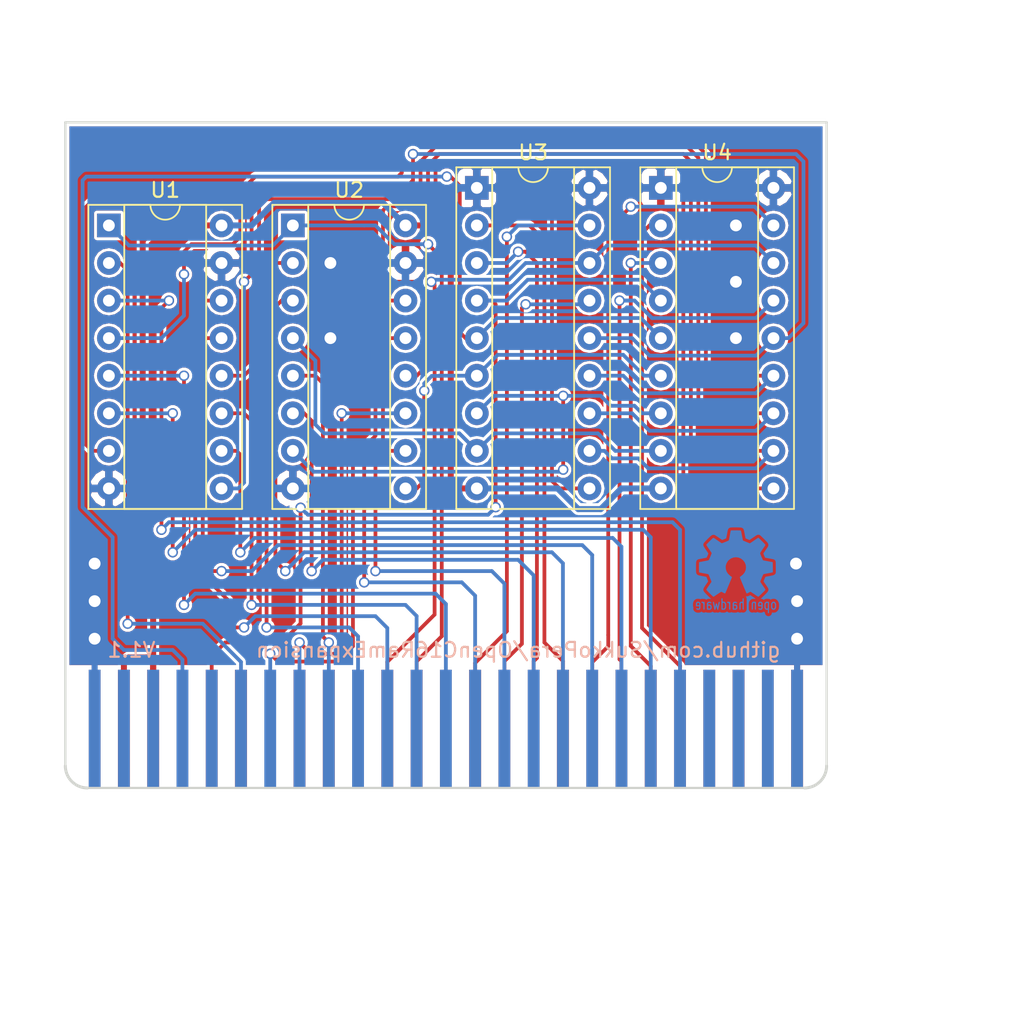
<source format=kicad_pcb>
(kicad_pcb (version 4) (host pcbnew 4.0.6)
  (layers (0 F.Cu signal) (31 B.Cu signal) (36 B.SilkS user) (37 F.SilkS user) (38 B.Mask user) (39 F.Mask user) (44 Edge.Cuts user))
  (net 0 "")
  (net 1 /a2)
  (net 2 /c16_a15)
  (net 3 /c16_a2)
  (net 4 /c16_a0)
  (net 5 /c16_a9)
  (net 6 /a0)
  (net 7 /a3)
  (net 8 /c16_a8)
  (net 9 /c16_a3)
  (net 10 /c16_a1)
  (net 11 /c16_a10)
  (net 12 /a1)
  (net 13 GND)
  (net 14 VCC)
  (net 15 /a6)
  (net 16 /c16_a11)
  (net 17 /c16_a6)
  (net 18 /c16_a4)
  (net 19 /c16_a13)
  (net 20 /a4)
  (net 21 /a7)
  (net 22 /c16_a12)
  (net 23 /c16_a7)
  (net 24 /c16_a5)
  (net 25 /c16_a14)
  (net 26 /a5)
  (net 27 /d4)
  (net 28 /d5)
  (net 29 /d6)
  (net 30 /d7)
  (net 31 /d0)
  (net 32 /d1)
  (net 33 /d2)
  (net 34 /d3)
  (net 35 //cas)
  (net 36 /sel)
  (net 37 //ras)
  (net 38 /r/w)
  (module Housings_DIP:DIP-16_W7.62mm_Socket (layer F.Cu) (at 126.746 104.14)
    (fp_text reference U1 (at 3.81 -2.39) (layer F.SilkS))
    (fp_text value 74LS257)
    (pad 1 thru_hole rect (at 0 0) (size 1.6 1.6) (drill 0.8) (layers *.Cu *.Mask) (net 36 /sel))
    (pad 9 thru_hole oval (at 7.62 17.78) (size 1.6 1.6) (drill 0.8) (layers *.Cu *.Mask) (net 1 /a2))
    (pad 2 thru_hole oval (at 0 2.54) (size 1.6 1.6) (drill 0.8) (layers *.Cu *.Mask) (net 2 /c16_a15))
    (pad 10 thru_hole oval (at 7.62 15.24) (size 1.6 1.6) (drill 0.8) (layers *.Cu *.Mask) (net 3 /c16_a2))
    (pad 3 thru_hole oval (at 0 5.08) (size 1.6 1.6) (drill 0.8) (layers *.Cu *.Mask) (net 4 /c16_a0))
    (pad 11 thru_hole oval (at 7.62 12.7) (size 1.6 1.6) (drill 0.8) (layers *.Cu *.Mask) (net 5 /c16_a9))
    (pad 4 thru_hole oval (at 0 7.62) (size 1.6 1.6) (drill 0.8) (layers *.Cu *.Mask) (net 6 /a0))
    (pad 12 thru_hole oval (at 7.62 10.16) (size 1.6 1.6) (drill 0.8) (layers *.Cu *.Mask) (net 7 /a3))
    (pad 5 thru_hole oval (at 0 10.16) (size 1.6 1.6) (drill 0.8) (layers *.Cu *.Mask) (net 8 /c16_a8))
    (pad 13 thru_hole oval (at 7.62 7.62) (size 1.6 1.6) (drill 0.8) (layers *.Cu *.Mask) (net 9 /c16_a3))
    (pad 6 thru_hole oval (at 0 12.7) (size 1.6 1.6) (drill 0.8) (layers *.Cu *.Mask) (net 10 /c16_a1))
    (pad 14 thru_hole oval (at 7.62 5.08) (size 1.6 1.6) (drill 0.8) (layers *.Cu *.Mask) (net 11 /c16_a10))
    (pad 7 thru_hole oval (at 0 15.24) (size 1.6 1.6) (drill 0.8) (layers *.Cu *.Mask) (net 12 /a1))
    (pad 15 thru_hole oval (at 7.62 2.54) (size 1.6 1.6) (drill 0.8) (layers *.Cu *.Mask) (net 13 GND))
    (pad 8 thru_hole oval (at 0 17.78) (size 1.6 1.6) (drill 0.8) (layers *.Cu *.Mask) (net 13 GND))
    (pad 16 thru_hole oval (at 7.62 0) (size 1.6 1.6) (drill 0.8) (layers *.Cu *.Mask) (net 14 VCC))
  )
  (module Housings_DIP:DIP-16_W7.62mm_Socket (layer F.Cu) (at 139.192 104.14)
    (fp_text reference U2 (at 3.81 -2.39) (layer F.SilkS))
    (fp_text value 74LS257)
    (pad 1 thru_hole rect (at 0 0) (size 1.6 1.6) (drill 0.8) (layers *.Cu *.Mask) (net 36 /sel))
    (pad 9 thru_hole oval (at 7.62 17.78) (size 1.6 1.6) (drill 0.8) (layers *.Cu *.Mask) (net 15 /a6))
    (pad 2 thru_hole oval (at 0 2.54) (size 1.6 1.6) (drill 0.8) (layers *.Cu *.Mask) (net 16 /c16_a11))
    (pad 10 thru_hole oval (at 7.62 15.24) (size 1.6 1.6) (drill 0.8) (layers *.Cu *.Mask) (net 17 /c16_a6))
    (pad 3 thru_hole oval (at 0 5.08) (size 1.6 1.6) (drill 0.8) (layers *.Cu *.Mask) (net 18 /c16_a4))
    (pad 11 thru_hole oval (at 7.62 12.7) (size 1.6 1.6) (drill 0.8) (layers *.Cu *.Mask) (net 19 /c16_a13))
    (pad 4 thru_hole oval (at 0 7.62) (size 1.6 1.6) (drill 0.8) (layers *.Cu *.Mask) (net 20 /a4))
    (pad 12 thru_hole oval (at 7.62 10.16) (size 1.6 1.6) (drill 0.8) (layers *.Cu *.Mask) (net 21 /a7))
    (pad 5 thru_hole oval (at 0 10.16) (size 1.6 1.6) (drill 0.8) (layers *.Cu *.Mask) (net 22 /c16_a12))
    (pad 13 thru_hole oval (at 7.62 7.62) (size 1.6 1.6) (drill 0.8) (layers *.Cu *.Mask) (net 23 /c16_a7))
    (pad 6 thru_hole oval (at 0 12.7) (size 1.6 1.6) (drill 0.8) (layers *.Cu *.Mask) (net 24 /c16_a5))
    (pad 14 thru_hole oval (at 7.62 5.08) (size 1.6 1.6) (drill 0.8) (layers *.Cu *.Mask) (net 25 /c16_a14))
    (pad 7 thru_hole oval (at 0 15.24) (size 1.6 1.6) (drill 0.8) (layers *.Cu *.Mask) (net 26 /a5))
    (pad 15 thru_hole oval (at 7.62 2.54) (size 1.6 1.6) (drill 0.8) (layers *.Cu *.Mask) (net 13 GND))
    (pad 8 thru_hole oval (at 0 17.78) (size 1.6 1.6) (drill 0.8) (layers *.Cu *.Mask) (net 13 GND))
    (pad 16 thru_hole oval (at 7.62 0) (size 1.6 1.6) (drill 0.8) (layers *.Cu *.Mask) (net 14 VCC))
  )
  (module Housings_DIP:DIP-18_W7.62mm_Socket (layer F.Cu) (at 151.638 101.6)
    (fp_text reference U3 (at 3.81 -2.39) (layer F.SilkS))
    (fp_text value 4464)
    (pad 1 thru_hole rect (at 0 0) (size 1.6 1.6) (drill 0.8) (layers *.Cu *.Mask) (net 13 GND))
    (pad 10 thru_hole oval (at 7.62 20.32) (size 1.6 1.6) (drill 0.8) (layers *.Cu *.Mask) (net 21 /a7))
    (pad 2 thru_hole oval (at 0 2.54) (size 1.6 1.6) (drill 0.8) (layers *.Cu *.Mask) (net 27 /d4))
    (pad 11 thru_hole oval (at 7.62 17.78) (size 1.6 1.6) (drill 0.8) (layers *.Cu *.Mask) (net 7 /a3))
    (pad 3 thru_hole oval (at 0 5.08) (size 1.6 1.6) (drill 0.8) (layers *.Cu *.Mask) (net 28 /d5))
    (pad 12 thru_hole oval (at 7.62 15.24) (size 1.6 1.6) (drill 0.8) (layers *.Cu *.Mask) (net 1 /a2))
    (pad 4 thru_hole oval (at 0 7.62) (size 1.6 1.6) (drill 0.8) (layers *.Cu *.Mask) (net 38 /r/w))
    (pad 13 thru_hole oval (at 7.62 12.7) (size 1.6 1.6) (drill 0.8) (layers *.Cu *.Mask) (net 12 /a1))
    (pad 5 thru_hole oval (at 0 10.16) (size 1.6 1.6) (drill 0.8) (layers *.Cu *.Mask) (net 37 //ras))
    (pad 14 thru_hole oval (at 7.62 10.16) (size 1.6 1.6) (drill 0.8) (layers *.Cu *.Mask) (net 6 /a0))
    (pad 6 thru_hole oval (at 0 12.7) (size 1.6 1.6) (drill 0.8) (layers *.Cu *.Mask) (net 15 /a6))
    (pad 15 thru_hole oval (at 7.62 7.62) (size 1.6 1.6) (drill 0.8) (layers *.Cu *.Mask) (net 29 /d6))
    (pad 7 thru_hole oval (at 0 15.24) (size 1.6 1.6) (drill 0.8) (layers *.Cu *.Mask) (net 26 /a5))
    (pad 16 thru_hole oval (at 7.62 5.08) (size 1.6 1.6) (drill 0.8) (layers *.Cu *.Mask) (net 35 //cas))
    (pad 8 thru_hole oval (at 0 17.78) (size 1.6 1.6) (drill 0.8) (layers *.Cu *.Mask) (net 20 /a4))
    (pad 17 thru_hole oval (at 7.62 2.54) (size 1.6 1.6) (drill 0.8) (layers *.Cu *.Mask) (net 30 /d7))
    (pad 9 thru_hole oval (at 0 20.32) (size 1.6 1.6) (drill 0.8) (layers *.Cu *.Mask) (net 14 VCC))
    (pad 18 thru_hole oval (at 7.62 0) (size 1.6 1.6) (drill 0.8) (layers *.Cu *.Mask) (net 13 GND))
  )
  (module Housings_DIP:DIP-18_W7.62mm_Socket (layer F.Cu) (at 164.084 101.6)
    (fp_text reference U4 (at 3.81 -2.39) (layer F.SilkS))
    (fp_text value 4464)
    (pad 1 thru_hole rect (at 0 0) (size 1.6 1.6) (drill 0.8) (layers *.Cu *.Mask) (net 13 GND))
    (pad 10 thru_hole oval (at 7.62 20.32) (size 1.6 1.6) (drill 0.8) (layers *.Cu *.Mask) (net 21 /a7))
    (pad 2 thru_hole oval (at 0 2.54) (size 1.6 1.6) (drill 0.8) (layers *.Cu *.Mask) (net 31 /d0))
    (pad 11 thru_hole oval (at 7.62 17.78) (size 1.6 1.6) (drill 0.8) (layers *.Cu *.Mask) (net 7 /a3))
    (pad 3 thru_hole oval (at 0 5.08) (size 1.6 1.6) (drill 0.8) (layers *.Cu *.Mask) (net 32 /d1))
    (pad 12 thru_hole oval (at 7.62 15.24) (size 1.6 1.6) (drill 0.8) (layers *.Cu *.Mask) (net 1 /a2))
    (pad 4 thru_hole oval (at 0 7.62) (size 1.6 1.6) (drill 0.8) (layers *.Cu *.Mask) (net 38 /r/w))
    (pad 13 thru_hole oval (at 7.62 12.7) (size 1.6 1.6) (drill 0.8) (layers *.Cu *.Mask) (net 12 /a1))
    (pad 5 thru_hole oval (at 0 10.16) (size 1.6 1.6) (drill 0.8) (layers *.Cu *.Mask) (net 37 //ras))
    (pad 14 thru_hole oval (at 7.62 10.16) (size 1.6 1.6) (drill 0.8) (layers *.Cu *.Mask) (net 6 /a0))
    (pad 6 thru_hole oval (at 0 12.7) (size 1.6 1.6) (drill 0.8) (layers *.Cu *.Mask) (net 15 /a6))
    (pad 15 thru_hole oval (at 7.62 7.62) (size 1.6 1.6) (drill 0.8) (layers *.Cu *.Mask) (net 33 /d2))
    (pad 7 thru_hole oval (at 0 15.24) (size 1.6 1.6) (drill 0.8) (layers *.Cu *.Mask) (net 26 /a5))
    (pad 16 thru_hole oval (at 7.62 5.08) (size 1.6 1.6) (drill 0.8) (layers *.Cu *.Mask) (net 35 //cas))
    (pad 8 thru_hole oval (at 0 17.78) (size 1.6 1.6) (drill 0.8) (layers *.Cu *.Mask) (net 20 /a4))
    (pad 17 thru_hole oval (at 7.62 2.54) (size 1.6 1.6) (drill 0.8) (layers *.Cu *.Mask) (net 34 /d3))
    (pad 9 thru_hole oval (at 0 20.32) (size 1.6 1.6) (drill 0.8) (layers *.Cu *.Mask) (net 14 VCC))
    (pad 18 thru_hole oval (at 7.62 0) (size 1.6 1.6) (drill 0.8) (layers *.Cu *.Mask) (net 13 GND))
  )
  (module w_logo:Logo_copper_OSHW_6x6mm (layer B.Cu) (at 169.164 127 180)
    (fp_text reference G*** hide)
    (fp_text value LOGO hide)
    (fp_line (start 2.16 -2.62) (end 2.16 -3.08) (layer B.Cu) (width 0.075))
    (fp_line (start 2.25 -2.62) (end 2.3 -2.62) (layer B.Cu) (width 0.075))
    (fp_line (start 2.2 -2.65) (end 2.25 -2.62) (layer B.Cu) (width 0.075))
    (fp_line (start 2.18 -2.67) (end 2.2 -2.65) (layer B.Cu) (width 0.075))
    (fp_line (start 2.16 -2.74) (end 2.18 -2.67) (layer B.Cu) (width 0.075))
    (fp_line (start 2.6 -3.08) (end 2.65 -3.05) (layer B.Cu) (width 0.075))
    (fp_line (start 2.5 -3.08) (end 2.6 -3.08) (layer B.Cu) (width 0.075))
    (fp_line (start 2.46 -3.05) (end 2.5 -3.08) (layer B.Cu) (width 0.075))
    (fp_line (start 2.44 -2.98) (end 2.46 -3.05) (layer B.Cu) (width 0.075))
    (fp_line (start 2.44 -2.71) (end 2.44 -2.98) (layer B.Cu) (width 0.075))
    (fp_line (start 2.47 -2.65) (end 2.44 -2.71) (layer B.Cu) (width 0.075))
    (fp_line (start 2.51 -2.62) (end 2.47 -2.65) (layer B.Cu) (width 0.075))
    (fp_line (start 2.61 -2.62) (end 2.51 -2.62) (layer B.Cu) (width 0.075))
    (fp_line (start 2.65 -2.66) (end 2.61 -2.62) (layer B.Cu) (width 0.075))
    (fp_line (start 2.67 -2.73) (end 2.65 -2.66) (layer B.Cu) (width 0.075))
    (fp_line (start 2.67 -2.85) (end 2.67 -2.73) (layer B.Cu) (width 0.075))
    (fp_line (start 2.67 -2.85) (end 2.44 -2.85) (layer B.Cu) (width 0.075))
    (fp_line (start 1.92 -2.71) (end 1.92 -3.08) (layer B.Cu) (width 0.075))
    (fp_line (start 1.89 -2.65) (end 1.92 -2.71) (layer B.Cu) (width 0.075))
    (fp_line (start 1.85 -2.62) (end 1.89 -2.65) (layer B.Cu) (width 0.075))
    (fp_line (start 1.75 -2.62) (end 1.85 -2.62) (layer B.Cu) (width 0.075))
    (fp_line (start 1.7 -2.65) (end 1.75 -2.62) (layer B.Cu) (width 0.075))
    (fp_line (start 1.76 -2.81) (end 1.71 -2.84) (layer B.Cu) (width 0.075))
    (fp_line (start 1.88 -2.81) (end 1.76 -2.81) (layer B.Cu) (width 0.075))
    (fp_line (start 1.92 -2.78) (end 1.88 -2.81) (layer B.Cu) (width 0.075))
    (fp_line (start 1.87 -3.08) (end 1.92 -3.04) (layer B.Cu) (width 0.075))
    (fp_line (start 1.75 -3.08) (end 1.87 -3.08) (layer B.Cu) (width 0.075))
    (fp_line (start 1.7 -3.04) (end 1.75 -3.08) (layer B.Cu) (width 0.075))
    (fp_line (start 1.68 -2.98) (end 1.7 -3.04) (layer B.Cu) (width 0.075))
    (fp_line (start 1.68 -2.91) (end 1.68 -2.98) (layer B.Cu) (width 0.075))
    (fp_line (start 1.71 -2.84) (end 1.68 -2.91) (layer B.Cu) (width 0.075))
    (fp_line (start 1.13 -2.62) (end 1.23 -3.08) (layer B.Cu) (width 0.075))
    (fp_line (start 1.23 -3.08) (end 1.32 -2.74) (layer B.Cu) (width 0.075))
    (fp_line (start 1.32 -2.74) (end 1.42 -3.08) (layer B.Cu) (width 0.075))
    (fp_line (start 1.42 -3.08) (end 1.52 -2.62) (layer B.Cu) (width 0.075))
    (fp_line (start 0.94 -3.05) (end 0.9 -3.08) (layer B.Cu) (width 0.075))
    (fp_line (start 0.9 -3.08) (end 0.79 -3.08) (layer B.Cu) (width 0.075))
    (fp_line (start 0.79 -3.08) (end 0.75 -3.05) (layer B.Cu) (width 0.075))
    (fp_line (start 0.75 -3.05) (end 0.73 -3.02) (layer B.Cu) (width 0.075))
    (fp_line (start 0.73 -3.02) (end 0.7 -2.95) (layer B.Cu) (width 0.075))
    (fp_line (start 0.7 -2.95) (end 0.7 -2.75) (layer B.Cu) (width 0.075))
    (fp_line (start 0.7 -2.75) (end 0.73 -2.68) (layer B.Cu) (width 0.075))
    (fp_line (start 0.73 -2.68) (end 0.75 -2.65) (layer B.Cu) (width 0.075))
    (fp_line (start 0.75 -2.65) (end 0.81 -2.61) (layer B.Cu) (width 0.075))
    (fp_line (start 0.81 -2.61) (end 0.88 -2.61) (layer B.Cu) (width 0.075))
    (fp_line (start 0.88 -2.61) (end 0.94 -2.65) (layer B.Cu) (width 0.075))
    (fp_line (start 0.94 -2.38) (end 0.94 -3.08) (layer B.Cu) (width 0.075))
    (fp_line (start 0.42 -2.74) (end 0.44 -2.67) (layer B.Cu) (width 0.075))
    (fp_line (start 0.44 -2.67) (end 0.46 -2.65) (layer B.Cu) (width 0.075))
    (fp_line (start 0.46 -2.65) (end 0.51 -2.62) (layer B.Cu) (width 0.075))
    (fp_line (start 0.51 -2.62) (end 0.56 -2.62) (layer B.Cu) (width 0.075))
    (fp_line (start 0.42 -2.62) (end 0.42 -3.08) (layer B.Cu) (width 0.075))
    (fp_line (start -0.03 -2.84) (end -0.06 -2.91) (layer B.Cu) (width 0.075))
    (fp_line (start -0.06 -2.91) (end -0.06 -2.98) (layer B.Cu) (width 0.075))
    (fp_line (start -0.06 -2.98) (end -0.04 -3.04) (layer B.Cu) (width 0.075))
    (fp_line (start -0.04 -3.04) (end 0.01 -3.08) (layer B.Cu) (width 0.075))
    (fp_line (start 0.01 -3.08) (end 0.13 -3.08) (layer B.Cu) (width 0.075))
    (fp_line (start 0.13 -3.08) (end 0.18 -3.04) (layer B.Cu) (width 0.075))
    (fp_line (start 0.18 -2.78) (end 0.14 -2.81) (layer B.Cu) (width 0.075))
    (fp_line (start 0.14 -2.81) (end 0.02 -2.81) (layer B.Cu) (width 0.075))
    (fp_line (start 0.02 -2.81) (end -0.03 -2.84) (layer B.Cu) (width 0.075))
    (fp_line (start -0.04 -2.65) (end 0.01 -2.62) (layer B.Cu) (width 0.075))
    (fp_line (start 0.01 -2.62) (end 0.11 -2.62) (layer B.Cu) (width 0.075))
    (fp_line (start 0.11 -2.62) (end 0.15 -2.65) (layer B.Cu) (width 0.075))
    (fp_line (start 0.15 -2.65) (end 0.18 -2.71) (layer B.Cu) (width 0.075))
    (fp_line (start 0.18 -2.71) (end 0.18 -3.08) (layer B.Cu) (width 0.075))
    (fp_line (start -0.49 -2.69) (end -0.47 -2.65) (layer B.Cu) (width 0.075))
    (fp_line (start -0.47 -2.65) (end -0.42 -2.62) (layer B.Cu) (width 0.075))
    (fp_line (start -0.42 -2.62) (end -0.34 -2.62) (layer B.Cu) (width 0.075))
    (fp_line (start -0.34 -2.62) (end -0.3 -2.65) (layer B.Cu) (width 0.075))
    (fp_line (start -0.3 -2.65) (end -0.28 -2.71) (layer B.Cu) (width 0.075))
    (fp_line (start -0.28 -2.71) (end -0.28 -3.08) (layer B.Cu) (width 0.075))
    (fp_line (start -0.49 -2.38) (end -0.49 -3.08) (layer B.Cu) (width 0.075))
    (fp_line (start -1.54 -2.85) (end -1.77 -2.85) (layer B.Cu) (width 0.075))
    (fp_line (start -1.32 -2.68) (end -1.3 -2.65) (layer B.Cu) (width 0.075))
    (fp_line (start -1.3 -2.65) (end -1.26 -2.62) (layer B.Cu) (width 0.075))
    (fp_line (start -1.26 -2.62) (end -1.17 -2.62) (layer B.Cu) (width 0.075))
    (fp_line (start -1.17 -2.62) (end -1.13 -2.65) (layer B.Cu) (width 0.075))
    (fp_line (start -1.13 -2.65) (end -1.11 -2.71) (layer B.Cu) (width 0.075))
    (fp_line (start -1.11 -2.71) (end -1.11 -3.08) (layer B.Cu) (width 0.075))
    (fp_line (start -1.32 -2.62) (end -1.32 -3.08) (layer B.Cu) (width 0.075))
    (fp_line (start -1.54 -2.85) (end -1.54 -2.73) (layer B.Cu) (width 0.075))
    (fp_line (start -1.54 -2.73) (end -1.56 -2.66) (layer B.Cu) (width 0.075))
    (fp_line (start -1.56 -2.66) (end -1.6 -2.62) (layer B.Cu) (width 0.075))
    (fp_line (start -1.6 -2.62) (end -1.7 -2.62) (layer B.Cu) (width 0.075))
    (fp_line (start -1.7 -2.62) (end -1.74 -2.65) (layer B.Cu) (width 0.075))
    (fp_line (start -1.74 -2.65) (end -1.77 -2.71) (layer B.Cu) (width 0.075))
    (fp_line (start -1.77 -2.71) (end -1.77 -2.98) (layer B.Cu) (width 0.075))
    (fp_line (start -1.77 -2.98) (end -1.75 -3.05) (layer B.Cu) (width 0.075))
    (fp_line (start -1.75 -3.05) (end -1.71 -3.08) (layer B.Cu) (width 0.075))
    (fp_line (start -1.71 -3.08) (end -1.61 -3.08) (layer B.Cu) (width 0.075))
    (fp_line (start -1.61 -3.08) (end -1.56 -3.05) (layer B.Cu) (width 0.075))
    (fp_line (start -2.2 -2.65) (end -2.16 -2.62) (layer B.Cu) (width 0.075))
    (fp_line (start -2.16 -2.62) (end -2.06 -2.62) (layer B.Cu) (width 0.075))
    (fp_line (start -2.06 -2.62) (end -2.02 -2.65) (layer B.Cu) (width 0.075))
    (fp_line (start -2.02 -2.65) (end -1.99 -2.68) (layer B.Cu) (width 0.075))
    (fp_line (start -1.99 -2.68) (end -1.97 -2.74) (layer B.Cu) (width 0.075))
    (fp_line (start -1.97 -2.74) (end -1.97 -2.96) (layer B.Cu) (width 0.075))
    (fp_line (start -1.97 -2.96) (end -1.99 -3.02) (layer B.Cu) (width 0.075))
    (fp_line (start -1.99 -3.02) (end -2.01 -3.05) (layer B.Cu) (width 0.075))
    (fp_line (start -2.01 -3.05) (end -2.05 -3.08) (layer B.Cu) (width 0.075))
    (fp_line (start -2.05 -3.08) (end -2.15 -3.08) (layer B.Cu) (width 0.075))
    (fp_line (start -2.15 -3.08) (end -2.2 -3.05) (layer B.Cu) (width 0.075))
    (fp_line (start -2.2 -3.32) (end -2.2 -2.62) (layer B.Cu) (width 0.075))
    (fp_line (start -2.51 -2.62) (end -2.59 -2.62) (layer B.Cu) (width 0.075))
    (fp_line (start -2.59 -2.62) (end -2.63 -2.65) (layer B.Cu) (width 0.075))
    (fp_line (start -2.63 -2.65) (end -2.65 -2.68) (layer B.Cu) (width 0.075))
    (fp_line (start -2.65 -2.68) (end -2.68 -2.75) (layer B.Cu) (width 0.075))
    (fp_line (start -2.59 -3.08) (end -2.51 -3.08) (layer B.Cu) (width 0.075))
    (fp_line (start -2.51 -3.08) (end -2.46 -3.05) (layer B.Cu) (width 0.075))
    (fp_line (start -2.46 -3.05) (end -2.44 -3.02) (layer B.Cu) (width 0.075))
    (fp_line (start -2.44 -3.02) (end -2.42 -2.95) (layer B.Cu) (width 0.075))
    (fp_line (start -2.42 -2.95) (end -2.42 -2.75) (layer B.Cu) (width 0.075))
    (fp_line (start -2.42 -2.75) (end -2.44 -2.69) (layer B.Cu) (width 0.075))
    (fp_line (start -2.44 -2.69) (end -2.46 -2.66) (layer B.Cu) (width 0.075))
    (fp_line (start -2.46 -2.66) (end -2.51 -2.62) (layer B.Cu) (width 0.075))
    (fp_line (start -2.68 -2.75) (end -2.68 -2.95) (layer B.Cu) (width 0.075))
    (fp_line (start -2.68 -2.95) (end -2.66 -3.01) (layer B.Cu) (width 0.075))
    (fp_line (start -2.66 -3.01) (end -2.64 -3.04) (layer B.Cu) (width 0.075))
    (fp_line (start -2.64 -3.04) (end -2.59 -3.08) (layer B.Cu) (width 0.075))
    (fp_poly (pts (xy -1.51384 -2.24536) (xy -1.48844 -2.23012) (xy -1.43002 -2.19456) (xy -1.3462 -2.13868) (xy -1.24714 -2.07264) (xy -1.14808 -2.0066) (xy -1.0668 -1.95326) (xy -1.01092 -1.91516) (xy -0.98552 -1.90246) (xy -0.97282 -1.90754) (xy -0.9271 -1.9304) (xy -0.85852 -1.96596) (xy -0.81788 -1.98628) (xy -0.75692 -2.01168) (xy -0.7239 -2.0193) (xy -0.71882 -2.00914) (xy -0.69596 -1.96088) (xy -0.6604 -1.8796) (xy -0.61468 -1.77038) (xy -0.5588 -1.64338) (xy -0.50292 -1.50876) (xy -0.4445 -1.36906) (xy -0.38862 -1.23444) (xy -0.34036 -1.11506) (xy -0.29972 -1.01854) (xy -0.27432 -0.94996) (xy -0.26416 -0.92202) (xy -0.2667 -0.9144) (xy -0.29972 -0.88392) (xy -0.35306 -0.84328) (xy -0.47244 -0.74676) (xy -0.58928 -0.60198) (xy -0.6604 -0.43688) (xy -0.68326 -0.25146) (xy -0.66294 -0.08128) (xy -0.5969 0.08128) (xy -0.4826 0.2286) (xy -0.3429 0.33782) (xy -0.18034 0.4064) (xy 0 0.42926) (xy 0.17272 0.40894) (xy 0.34036 0.3429) (xy 0.48768 0.23114) (xy 0.55118 0.16002) (xy 0.63754 0.01016) (xy 0.6858 -0.14732) (xy 0.69088 -0.18796) (xy 0.68326 -0.36322) (xy 0.63246 -0.5334) (xy 0.53848 -0.68326) (xy 0.40894 -0.80772) (xy 0.3937 -0.81788) (xy 0.33528 -0.8636) (xy 0.29464 -0.89408) (xy 0.26416 -0.91948) (xy 0.48768 -1.45796) (xy 0.52324 -1.54178) (xy 0.5842 -1.6891) (xy 0.63754 -1.8161) (xy 0.68072 -1.9177) (xy 0.7112 -1.98374) (xy 0.7239 -2.01168) (xy 0.7239 -2.01422) (xy 0.74422 -2.01676) (xy 0.78486 -2.00152) (xy 0.86106 -1.96596) (xy 0.90932 -1.94056) (xy 0.96774 -1.91262) (xy 0.99314 -1.90246) (xy 1.016 -1.91516) (xy 1.06934 -1.95072) (xy 1.15062 -2.00406) (xy 1.24714 -2.06756) (xy 1.33858 -2.13106) (xy 1.4224 -2.18694) (xy 1.48336 -2.22504) (xy 1.51384 -2.24282) (xy 1.51892 -2.24282) (xy 1.54432 -2.22758) (xy 1.59258 -2.18694) (xy 1.66624 -2.11836) (xy 1.77038 -2.01422) (xy 1.78562 -1.99898) (xy 1.87198 -1.91262) (xy 1.94056 -1.83896) (xy 1.98628 -1.78816) (xy 2.00406 -1.7653) (xy 2.00406 -1.7653) (xy 1.98882 -1.73482) (xy 1.95072 -1.67386) (xy 1.89484 -1.5875) (xy 1.82626 -1.48844) (xy 1.64846 -1.22936) (xy 1.74498 -0.98552) (xy 1.77546 -0.90932) (xy 1.81356 -0.82042) (xy 1.8415 -0.75438) (xy 1.85674 -0.72644) (xy 1.88214 -0.71628) (xy 1.95072 -0.70104) (xy 2.04724 -0.68072) (xy 2.16154 -0.6604) (xy 2.2733 -0.64008) (xy 2.37236 -0.61976) (xy 2.44348 -0.60706) (xy 2.4765 -0.59944) (xy 2.48412 -0.59436) (xy 2.49174 -0.57912) (xy 2.49428 -0.5461) (xy 2.49682 -0.48514) (xy 2.49936 -0.39116) (xy 2.49936 -0.25146) (xy 2.49936 -0.23622) (xy 2.49682 -0.10668) (xy 2.49428 0) (xy 2.49174 0.06604) (xy 2.48666 0.09398) (xy 2.48666 0.09398) (xy 2.45618 0.1016) (xy 2.38506 0.11684) (xy 2.286 0.13462) (xy 2.16662 0.15748) (xy 2.159 0.16002) (xy 2.04216 0.18288) (xy 1.9431 0.2032) (xy 1.87198 0.21844) (xy 1.84404 0.2286) (xy 1.83642 0.23622) (xy 1.81356 0.28194) (xy 1.78054 0.3556) (xy 1.7399 0.4445) (xy 1.7018 0.53848) (xy 1.66878 0.6223) (xy 1.64592 0.68326) (xy 1.6383 0.7112) (xy 1.64084 0.71374) (xy 1.65862 0.74168) (xy 1.69926 0.80264) (xy 1.75514 0.88646) (xy 1.82372 0.98806) (xy 1.8288 0.99568) (xy 1.89738 1.09474) (xy 1.95326 1.1811) (xy 1.98882 1.23952) (xy 2.00406 1.26746) (xy 2.00406 1.27) (xy 1.9812 1.30048) (xy 1.9304 1.35636) (xy 1.85674 1.43256) (xy 1.77038 1.52146) (xy 1.74244 1.54686) (xy 1.64338 1.64338) (xy 1.57734 1.70434) (xy 1.53416 1.73736) (xy 1.51384 1.74498) (xy 1.51384 1.74498) (xy 1.48336 1.7272) (xy 1.41986 1.68656) (xy 1.33604 1.62814) (xy 1.23444 1.55956) (xy 1.22682 1.55448) (xy 1.12776 1.4859) (xy 1.04394 1.43002) (xy 0.98552 1.38938) (xy 0.95758 1.37414) (xy 0.95504 1.37414) (xy 0.9144 1.38684) (xy 0.84328 1.41224) (xy 0.75438 1.44526) (xy 0.66294 1.48336) (xy 0.57912 1.51892) (xy 0.51562 1.54686) (xy 0.48514 1.56464) (xy 0.48514 1.56464) (xy 0.47498 1.6002) (xy 0.4572 1.6764) (xy 0.43688 1.778) (xy 0.41148 1.89992) (xy 0.40894 1.92024) (xy 0.38608 2.03962) (xy 0.3683 2.13868) (xy 0.35306 2.20726) (xy 0.34544 2.2352) (xy 0.3302 2.23774) (xy 0.27178 2.24282) (xy 0.18288 2.24536) (xy 0.07366 2.24536) (xy -0.0381 2.24536) (xy -0.14732 2.24282) (xy -0.2413 2.24028) (xy -0.30988 2.2352) (xy -0.33782 2.23012) (xy -0.33782 2.22758) (xy -0.34798 2.18948) (xy -0.36576 2.11582) (xy -0.38608 2.01168) (xy -0.40894 1.88976) (xy -0.41402 1.8669) (xy -0.43688 1.75006) (xy -0.4572 1.651) (xy -0.4699 1.58496) (xy -0.47752 1.55702) (xy -0.49022 1.55194) (xy -0.53848 1.53162) (xy -0.61722 1.4986) (xy -0.71628 1.45796) (xy -0.94488 1.36652) (xy -1.22682 1.55702) (xy -1.25222 1.5748) (xy -1.35382 1.64338) (xy -1.4351 1.69926) (xy -1.49352 1.73736) (xy -1.51638 1.75006) (xy -1.51892 1.75006) (xy -1.54686 1.72466) (xy -1.60274 1.67132) (xy -1.67894 1.59766) (xy -1.76784 1.5113) (xy -1.83134 1.44526) (xy -1.91008 1.36652) (xy -1.95834 1.31318) (xy -1.98628 1.28016) (xy -1.9939 1.25984) (xy -1.99136 1.2446) (xy -1.97358 1.21666) (xy -1.93294 1.1557) (xy -1.87452 1.06934) (xy -1.80594 0.97028) (xy -1.75006 0.88646) (xy -1.6891 0.79248) (xy -1.651 0.72644) (xy -1.63576 0.69342) (xy -1.64084 0.68072) (xy -1.65862 0.62484) (xy -1.69418 0.54102) (xy -1.73482 0.44196) (xy -1.83388 0.22098) (xy -1.97866 0.19304) (xy -2.06756 0.17526) (xy -2.18948 0.1524) (xy -2.30886 0.12954) (xy -2.49174 0.09398) (xy -2.49936 -0.58166) (xy -2.47142 -0.59436) (xy -2.44348 -0.60198) (xy -2.3749 -0.61722) (xy -2.27838 -0.63754) (xy -2.16154 -0.65786) (xy -2.06502 -0.67564) (xy -1.96596 -0.69596) (xy -1.89484 -0.70866) (xy -1.86436 -0.71628) (xy -1.8542 -0.72644) (xy -1.83134 -0.7747) (xy -1.79578 -0.8509) (xy -1.75514 -0.94234) (xy -1.71704 -1.03632) (xy -1.68148 -1.12522) (xy -1.65862 -1.19126) (xy -1.64846 -1.22428) (xy -1.66116 -1.25222) (xy -1.69926 -1.31064) (xy -1.7526 -1.39192) (xy -1.82118 -1.49098) (xy -1.88722 -1.5875) (xy -1.94564 -1.67132) (xy -1.98374 -1.73228) (xy -2.00152 -1.76022) (xy -1.99136 -1.778) (xy -1.95326 -1.82626) (xy -1.8796 -1.90246) (xy -1.76784 -2.01168) (xy -1.75006 -2.02946) (xy -1.6637 -2.11328) (xy -1.59004 -2.18186) (xy -1.5367 -2.22758) (xy -1.51384 -2.24536)) (layer B.Cu) (width 0.00254))
  )
  (module C16_Cart_Conn:C16_Cart_Conn (layer F.Cu) (at 149.542 138.176)
    (fp_text reference J1 hide)
    (fp_text value C16-Exp-Port hide)
    (pad 6 smd rect (at -13.86 0) (size 0.8 8) (layers F.Cu))
    (pad 3 smd rect (at -19.8 0) (size 0.8 8) (layers F.Cu) (net 14 VCC))
    (pad 7 smd rect (at -11.88 0) (size 0.8 8) (layers F.Cu))
    (pad 8 smd rect (at -9.9 0) (size 0.8 8) (layers F.Cu))
    (pad 9 smd rect (at -7.92 0) (size 0.8 8) (layers F.Cu))
    (pad 10 smd rect (at -5.94 0) (size 0.8 8) (layers F.Cu))
    (pad 11 smd rect (at -3.96 0) (size 0.8 8) (layers F.Cu) (net 35 //cas))
    (pad 12 smd rect (at -1.98 0) (size 0.8 8) (layers F.Cu) (net 36 /sel))
    (pad 2 smd rect (at -21.78 0) (size 0.8 8) (layers F.Cu) (net 14 VCC))
    (pad 13 smd rect (at 0 0) (size 0.8 8) (layers F.Cu))
    (pad 14 smd rect (at 1.98 0) (size 0.8 8) (layers F.Cu) (net 30 /d7))
    (pad 15 smd rect (at 3.96 0) (size 0.8 8) (layers F.Cu) (net 29 /d6))
    (pad 17 smd rect (at 7.92 0) (size 0.8 8) (layers F.Cu) (net 27 /d4))
    (pad 16 smd rect (at 5.94 0) (size 0.8 8) (layers F.Cu) (net 28 /d5))
    (pad 18 smd rect (at 9.9 0) (size 0.8 8) (layers F.Cu) (net 34 /d3))
    (pad 19 smd rect (at 11.88 0) (size 0.8 8) (layers F.Cu) (net 33 /d2))
    (pad 20 smd rect (at 13.86 0) (size 0.8 8) (layers F.Cu) (net 32 /d1))
    (pad 21 smd rect (at 15.84 0) (size 0.8 8) (layers F.Cu) (net 31 /d0))
    (pad 25 smd rect (at 23.76 0) (size 0.8 8) (layers F.Cu) (net 13 GND))
    (pad 22 smd rect (at 17.82 0) (size 0.8 8) (layers F.Cu))
    (pad 1 smd rect (at -23.76 0) (size 0.8 8) (layers F.Cu) (net 13 GND))
    (pad 4 smd rect (at -17.82 0) (size 0.8 8) (layers F.Cu))
    (pad 5 smd rect (at -15.84 0) (size 0.8 8) (layers F.Cu) (net 38 /r/w))
    (pad 23 smd rect (at 19.8 0) (size 0.8 8) (layers F.Cu))
    (pad 24 smd rect (at 21.78 0) (size 0.8 8) (layers F.Cu))
    (pad B smd rect (at -21.78 0) (size 0.8 8) (layers B.Cu))
    (pad A smd rect (at -23.76 0) (size 0.8 8) (layers B.Cu) (net 13 GND))
    (pad C smd rect (at -19.8 0) (size 0.8 8) (layers B.Cu))
    (pad D smd rect (at -17.82 0) (size 0.8 8) (layers B.Cu) (net 37 //ras))
    (pad E smd rect (at -15.84 0) (size 0.8 8) (layers B.Cu))
    (pad F smd rect (at -13.86 0) (size 0.8 8) (layers B.Cu) (net 2 /c16_a15))
    (pad H smd rect (at -11.88 0) (size 0.8 8) (layers B.Cu) (net 25 /c16_a14))
    (pad J smd rect (at -9.9 0) (size 0.8 8) (layers B.Cu) (net 19 /c16_a13))
    (pad K smd rect (at -7.92 0) (size 0.8 8) (layers B.Cu) (net 22 /c16_a12))
    (pad L smd rect (at -5.94 0) (size 0.8 8) (layers B.Cu) (net 16 /c16_a11))
    (pad M smd rect (at -3.96 0) (size 0.8 8) (layers B.Cu) (net 11 /c16_a10))
    (pad N smd rect (at -1.98 0) (size 0.8 8) (layers B.Cu) (net 5 /c16_a9))
    (pad P smd rect (at 0 0) (size 0.8 8) (layers B.Cu) (net 8 /c16_a8))
    (pad R smd rect (at 1.98 0) (size 0.8 8) (layers B.Cu) (net 23 /c16_a7))
    (pad S smd rect (at 3.96 0) (size 0.8 8) (layers B.Cu) (net 17 /c16_a6))
    (pad T smd rect (at 5.94 0) (size 0.8 8) (layers B.Cu) (net 24 /c16_a5))
    (pad U smd rect (at 7.92 0) (size 0.8 8) (layers B.Cu) (net 18 /c16_a4))
    (pad V smd rect (at 9.9 0) (size 0.8 8) (layers B.Cu) (net 9 /c16_a3))
    (pad W smd rect (at 11.88 0) (size 0.8 8) (layers B.Cu) (net 3 /c16_a2))
    (pad X smd rect (at 13.86 0) (size 0.8 8) (layers B.Cu) (net 10 /c16_a1))
    (pad Y smd rect (at 15.84 0) (size 0.8 8) (layers B.Cu) (net 4 /c16_a0))
    (pad Z smd rect (at 17.82 0) (size 0.8 8) (layers B.Cu))
    (pad AA smd rect (at 19.8 0) (size 0.8 8) (layers B.Cu))
    (pad BB smd rect (at 21.78 0) (size 0.8 8) (layers B.Cu))
    (pad CC smd rect (at 23.76 0) (size 0.8 8) (layers B.Cu) (net 13 GND))
  )
  (gr_arc (start 173.8 140.67) (end 175.3 140.67) (angle 90) (layer Edge.Cuts) (width 0.2))
  (gr_arc (start 125.3 140.67) (end 125.3 142.17) (angle 90) (layer Edge.Cuts) (width 0.2))
  (gr_text V1.1 (at 128.27 132.842) (layer B.SilkS) (effects (font (size 1 1)) (justify mirror)))
  (gr_text github.com/SukkoPera/OpenC16RamExpansion (at 154.432 132.842) (layer B.SilkS) (effects (font (size 1 1)) (justify mirror)))
  (gr_line (start 175.3 97.17) (end 123.8 97.17) (layer Edge.Cuts) (width 0.15))
  (gr_line (start 175.3 140.67) (end 175.3 97.17) (layer Edge.Cuts) (width 0.15))
  (gr_line (start 125.3 142.17) (end 173.8 142.17) (layer Edge.Cuts) (width 0.15))
  (gr_line (start 123.8 97.17) (end 123.8 140.67) (layer Edge.Cuts) (width 0.15))
  (segment (start 159.258 116.84) (end 162.140999 116.84) (width 0.254) (layer B.Cu) (net 1))
  (segment (start 162.140999 116.84) (end 163.322 118.021001) (width 0.254) (layer B.Cu) (net 1))
  (segment (start 163.322 118.021001) (end 170.522999 118.021001) (width 0.254) (layer B.Cu) (net 1))
  (segment (start 170.522999 118.021001) (end 170.904001 117.639999) (width 0.254) (layer B.Cu) (net 1))
  (segment (start 170.904001 117.639999) (end 171.704 116.84) (width 0.254) (layer B.Cu) (net 1))
  (segment (start 148.844 98.806) (end 165.862 98.806) (width 0.254) (layer F.Cu) (net 1))
  (segment (start 166.624 99.568) (end 166.624 116.332) (width 0.254) (layer F.Cu) (net 1))
  (segment (start 165.862 98.806) (end 166.624 99.568) (width 0.254) (layer F.Cu) (net 1))
  (segment (start 147.828 101.346) (end 147.828 99.822) (width 0.254) (layer F.Cu) (net 1))
  (segment (start 147.828 99.822) (end 148.844 98.806) (width 0.254) (layer F.Cu) (net 1))
  (segment (start 135.89 107.95) (end 136.398 107.442) (width 0.254) (layer F.Cu) (net 1))
  (segment (start 136.398 107.442) (end 136.398 102.616) (width 0.254) (layer F.Cu) (net 1))
  (segment (start 136.398 102.616) (end 137.16 101.854) (width 0.254) (layer F.Cu) (net 1))
  (segment (start 166.624 116.332) (end 167.132 116.84) (width 0.254) (layer F.Cu) (net 1))
  (segment (start 137.16 101.854) (end 147.32 101.854) (width 0.254) (layer F.Cu) (net 1))
  (segment (start 147.32 101.854) (end 147.828 101.346) (width 0.254) (layer F.Cu) (net 1))
  (segment (start 167.132 116.84) (end 171.704 116.84) (width 0.254) (layer F.Cu) (net 1))
  (segment (start 135.89 121.52737) (end 135.89 107.95) (width 0.254) (layer B.Cu) (net 1))
  (via (at 135.89 107.95) (size 0.7) (drill 0.5) (layers F.Cu B.Cu) (net 1))
  (segment (start 134.366 121.92) (end 135.49737 121.92) (width 0.254) (layer B.Cu) (net 1))
  (segment (start 135.49737 121.92) (end 135.89 121.52737) (width 0.254) (layer B.Cu) (net 1))
  (segment (start 128.778 131.064) (end 133.096 131.064) (width 0.254) (layer B.Cu) (net 2))
  (segment (start 133.096 131.064) (end 135.682 133.65) (width 0.254) (layer B.Cu) (net 2))
  (segment (start 135.682 133.65) (end 135.682 138.176) (width 0.254) (layer B.Cu) (net 2))
  (segment (start 127.508 106.68) (end 126.746 106.68) (width 0.254) (layer F.Cu) (net 2))
  (segment (start 128.016 107.188) (end 127.508 106.68) (width 0.254) (layer F.Cu) (net 2))
  (segment (start 128.016 131.064) (end 128.016 107.188) (width 0.254) (layer F.Cu) (net 2))
  (segment (start 128.524 131.064) (end 128.778 131.064) (width 0.254) (layer B.Cu) (net 2))
  (segment (start 128.016 131.064) (end 128.778 131.064) (width 0.254) (layer B.Cu) (net 2))
  (via (at 128.016 131.064) (size 0.7) (drill 0.5) (layers F.Cu B.Cu) (net 2))
  (segment (start 135.682 138.176) (end 135.682 134.576) (width 0.254) (layer B.Cu) (net 2))
  (segment (start 135.636 120.396) (end 135.636 119.634) (width 0.254) (layer F.Cu) (net 3))
  (segment (start 135.636 120.396) (end 135.636 126.238) (width 0.254) (layer F.Cu) (net 3))
  (segment (start 135.636 119.634) (end 135.382 119.38) (width 0.254) (layer F.Cu) (net 3))
  (segment (start 135.382 119.38) (end 134.366 119.38) (width 0.254) (layer F.Cu) (net 3))
  (segment (start 161.422 138.176) (end 161.422 125.862) (width 0.254) (layer B.Cu) (net 3))
  (segment (start 161.422 125.862) (end 160.828625 125.268625) (width 0.254) (layer B.Cu) (net 3))
  (segment (start 136.605375 125.268625) (end 136.398 125.476) (width 0.254) (layer B.Cu) (net 3))
  (segment (start 160.828625 125.268625) (end 136.605375 125.268625) (width 0.254) (layer B.Cu) (net 3))
  (segment (start 136.398 125.476) (end 135.636 126.238) (width 0.254) (layer B.Cu) (net 3))
  (via (at 135.636 126.238) (size 0.7) (drill 0.5) (layers F.Cu B.Cu) (net 3))
  (segment (start 130.302 124.714) (end 130.81 124.206) (width 0.254) (layer B.Cu) (net 4))
  (segment (start 130.81 124.206) (end 164.874 124.206) (width 0.254) (layer B.Cu) (net 4))
  (segment (start 164.874 124.206) (end 165.382 124.714) (width 0.254) (layer B.Cu) (net 4))
  (segment (start 165.382 124.714) (end 165.382 138.176) (width 0.254) (layer B.Cu) (net 4))
  (segment (start 130.81 109.22) (end 130.302 109.728) (width 0.254) (layer F.Cu) (net 4))
  (segment (start 130.302 109.728) (end 130.302 121.666) (width 0.254) (layer F.Cu) (net 4))
  (segment (start 130.302 121.666) (end 130.302 124.714) (width 0.254) (layer F.Cu) (net 4))
  (segment (start 129.794 109.22) (end 130.81 109.22) (width 0.254) (layer B.Cu) (net 4))
  (via (at 130.81 109.22) (size 0.7) (drill 0.5) (layers F.Cu B.Cu) (net 4))
  (segment (start 129.794 109.22) (end 126.746 109.22) (width 0.254) (layer B.Cu) (net 4))
  (via (at 130.302 124.714) (size 0.7) (drill 0.5) (layers F.Cu B.Cu) (net 4))
  (segment (start 136.398 119.126) (end 136.398 117.348) (width 0.254) (layer F.Cu) (net 5))
  (segment (start 136.398 117.348) (end 135.89 116.84) (width 0.254) (layer F.Cu) (net 5))
  (segment (start 135.89 116.84) (end 134.366 116.84) (width 0.254) (layer F.Cu) (net 5))
  (segment (start 136.398 129.794) (end 136.398 119.126) (width 0.254) (layer F.Cu) (net 5))
  (segment (start 146.812 129.794) (end 136.398 129.794) (width 0.254) (layer B.Cu) (net 5))
  (via (at 136.398 129.794) (size 0.7) (drill 0.5) (layers F.Cu B.Cu) (net 5))
  (segment (start 147.562 130.544) (end 147.562 138.176) (width 0.254) (layer B.Cu) (net 5))
  (segment (start 147.562 130.544) (end 146.812 129.794) (width 0.254) (layer B.Cu) (net 5))
  (segment (start 159.258 111.76) (end 162.140999 111.76) (width 0.254) (layer B.Cu) (net 6))
  (segment (start 162.140999 111.76) (end 163.322 112.941001) (width 0.254) (layer B.Cu) (net 6))
  (segment (start 163.322 112.941001) (end 170.522999 112.941001) (width 0.254) (layer B.Cu) (net 6))
  (segment (start 170.522999 112.941001) (end 170.904001 112.559999) (width 0.254) (layer B.Cu) (net 6))
  (segment (start 170.904001 112.559999) (end 171.704 111.76) (width 0.254) (layer B.Cu) (net 6))
  (segment (start 171.704 111.76) (end 172.72 111.76) (width 0.254) (layer B.Cu) (net 6))
  (segment (start 173.736 99.822) (end 173.228 99.314) (width 0.254) (layer B.Cu) (net 6))
  (segment (start 172.72 111.76) (end 173.736 110.744) (width 0.254) (layer B.Cu) (net 6))
  (segment (start 171.704 99.314) (end 147.32 99.314) (width 0.254) (layer B.Cu) (net 6))
  (segment (start 173.736 110.744) (end 173.736 99.822) (width 0.254) (layer B.Cu) (net 6))
  (segment (start 173.228 99.314) (end 171.704 99.314) (width 0.254) (layer B.Cu) (net 6))
  (segment (start 147.32 99.314) (end 147.32 101.092) (width 0.254) (layer F.Cu) (net 6))
  (segment (start 147.32 101.092) (end 147.066 101.346) (width 0.254) (layer F.Cu) (net 6))
  (segment (start 147.066 101.346) (end 136.906 101.346) (width 0.254) (layer F.Cu) (net 6))
  (segment (start 135.636 104.902) (end 135.128 105.41) (width 0.254) (layer F.Cu) (net 6))
  (segment (start 136.906 101.346) (end 135.636 102.616) (width 0.254) (layer F.Cu) (net 6))
  (segment (start 132.334 105.41) (end 131.826 105.918) (width 0.254) (layer F.Cu) (net 6))
  (segment (start 135.636 102.616) (end 135.636 104.902) (width 0.254) (layer F.Cu) (net 6))
  (segment (start 135.128 105.41) (end 132.334 105.41) (width 0.254) (layer F.Cu) (net 6))
  (segment (start 131.826 105.918) (end 131.826 107.442) (width 0.254) (layer F.Cu) (net 6))
  (via (at 147.32 99.314) (size 0.7) (drill 0.5) (layers F.Cu B.Cu) (net 6))
  (segment (start 131.572 110.49) (end 131.826 110.236) (width 0.254) (layer B.Cu) (net 6))
  (segment (start 131.826 110.236) (end 131.826 107.442) (width 0.254) (layer B.Cu) (net 6))
  (via (at 131.826 107.442) (size 0.7) (drill 0.5) (layers F.Cu B.Cu) (net 6))
  (segment (start 131.064 110.998) (end 131.572 110.49) (width 0.254) (layer B.Cu) (net 6))
  (segment (start 130.302 111.76) (end 131.064 110.998) (width 0.254) (layer B.Cu) (net 6))
  (segment (start 127.87737 111.76) (end 130.302 111.76) (width 0.254) (layer B.Cu) (net 6))
  (segment (start 126.746 111.76) (end 127.87737 111.76) (width 0.254) (layer B.Cu) (net 6))
  (segment (start 171.704 119.38) (end 170.522999 120.561001) (width 0.254) (layer B.Cu) (net 7))
  (segment (start 170.522999 120.561001) (end 163.233001 120.561001) (width 0.254) (layer B.Cu) (net 7))
  (segment (start 163.233001 120.561001) (end 162.56 119.888) (width 0.254) (layer B.Cu) (net 7))
  (segment (start 160.782 119.888) (end 160.274 119.38) (width 0.254) (layer B.Cu) (net 7))
  (segment (start 162.56 119.888) (end 160.782 119.888) (width 0.254) (layer B.Cu) (net 7))
  (segment (start 160.274 119.38) (end 159.258 119.38) (width 0.254) (layer B.Cu) (net 7))
  (segment (start 149.098 99.314) (end 165.608 99.314) (width 0.254) (layer F.Cu) (net 7))
  (segment (start 166.116 99.822) (end 166.116 118.618) (width 0.254) (layer F.Cu) (net 7))
  (segment (start 165.608 99.314) (end 166.116 99.822) (width 0.254) (layer F.Cu) (net 7))
  (segment (start 134.366 114.3) (end 135.89 114.3) (width 0.254) (layer F.Cu) (net 7))
  (segment (start 135.89 114.3) (end 136.906 113.284) (width 0.254) (layer F.Cu) (net 7))
  (segment (start 136.906 113.284) (end 136.906 102.87) (width 0.254) (layer F.Cu) (net 7))
  (segment (start 136.906 102.87) (end 137.414 102.362) (width 0.254) (layer F.Cu) (net 7))
  (segment (start 137.414 102.362) (end 147.574 102.362) (width 0.254) (layer F.Cu) (net 7))
  (segment (start 147.574 102.362) (end 148.336 101.6) (width 0.254) (layer F.Cu) (net 7))
  (segment (start 148.336 101.6) (end 148.336 100.076) (width 0.254) (layer F.Cu) (net 7))
  (segment (start 166.116 118.618) (end 166.878 119.38) (width 0.254) (layer F.Cu) (net 7))
  (segment (start 148.336 100.076) (end 149.098 99.314) (width 0.254) (layer F.Cu) (net 7))
  (segment (start 166.878 119.38) (end 171.704 119.38) (width 0.254) (layer F.Cu) (net 7))
  (segment (start 131.826 114.3) (end 131.318 114.3) (width 0.254) (layer B.Cu) (net 8))
  (segment (start 131.826 129.794) (end 131.826 114.3) (width 0.254) (layer F.Cu) (net 8))
  (via (at 131.826 114.3) (size 0.7) (drill 0.5) (layers F.Cu B.Cu) (net 8))
  (segment (start 148.844 129.032) (end 132.588 129.032) (width 0.254) (layer B.Cu) (net 8))
  (segment (start 131.826 129.794) (end 132.175999 129.444001) (width 0.254) (layer B.Cu) (net 8))
  (segment (start 132.175999 129.444001) (end 132.588 129.032) (width 0.254) (layer B.Cu) (net 8))
  (segment (start 131.318 114.3) (end 126.746 114.3) (width 0.254) (layer B.Cu) (net 8))
  (via (at 131.826 129.794) (size 0.7) (drill 0.5) (layers F.Cu B.Cu) (net 8))
  (segment (start 131.795001 129.763001) (end 131.826 129.794) (width 0.254) (layer F.Cu) (net 8))
  (segment (start 149.542 129.73) (end 148.844 129.032) (width 0.254) (layer B.Cu) (net 8))
  (segment (start 149.542 138.176) (end 149.542 129.794) (width 0.254) (layer B.Cu) (net 8))
  (segment (start 149.542 129.794) (end 149.542 129.73) (width 0.254) (layer B.Cu) (net 8))
  (segment (start 134.366 127.508) (end 136.419236 127.508) (width 0.254) (layer B.Cu) (net 9))
  (segment (start 136.419236 127.508) (end 138.176 125.751236) (width 0.254) (layer B.Cu) (net 9))
  (segment (start 138.176 125.751236) (end 158.771236 125.751236) (width 0.254) (layer B.Cu) (net 9))
  (segment (start 158.771236 125.751236) (end 159.442 126.422) (width 0.254) (layer B.Cu) (net 9))
  (segment (start 159.442 126.422) (end 159.442 138.176) (width 0.254) (layer B.Cu) (net 9))
  (segment (start 134.366 127.508) (end 133.604 127.508) (width 0.254) (layer F.Cu) (net 9))
  (segment (start 133.35 111.76) (end 134.366 111.76) (width 0.254) (layer F.Cu) (net 9))
  (segment (start 133.096 112.014) (end 133.35 111.76) (width 0.254) (layer F.Cu) (net 9))
  (segment (start 133.096 127) (end 133.096 112.014) (width 0.254) (layer F.Cu) (net 9))
  (segment (start 133.604 127.508) (end 133.096 127) (width 0.254) (layer F.Cu) (net 9))
  (via (at 134.366 127.508) (size 0.7) (drill 0.5) (layers F.Cu B.Cu) (net 9))
  (segment (start 134.366 111.76) (end 133.858 111.76) (width 0.254) (layer F.Cu) (net 9))
  (segment (start 131.064 125.476) (end 131.064 116.84) (width 0.254) (layer F.Cu) (net 10))
  (segment (start 131.064 126.238) (end 131.064 125.476) (width 0.254) (layer F.Cu) (net 10))
  (segment (start 162.894 124.714) (end 132.588 124.714) (width 0.254) (layer B.Cu) (net 10))
  (segment (start 132.588 124.714) (end 131.064 126.238) (width 0.254) (layer B.Cu) (net 10))
  (via (at 131.064 126.238) (size 0.7) (drill 0.5) (layers F.Cu B.Cu) (net 10))
  (segment (start 163.402 138.176) (end 163.402 125.222) (width 0.254) (layer B.Cu) (net 10))
  (segment (start 163.402 125.222) (end 162.894 124.714) (width 0.254) (layer B.Cu) (net 10))
  (segment (start 131.064 116.84) (end 126.746 116.84) (width 0.254) (layer B.Cu) (net 10))
  (via (at 131.064 116.84) (size 0.7) (drill 0.5) (layers F.Cu B.Cu) (net 10))
  (segment (start 135.89 131.318) (end 136.652 130.556) (width 0.254) (layer B.Cu) (net 11))
  (segment (start 145.582 131.358) (end 145.582 138.676) (width 0.254) (layer B.Cu) (net 11))
  (segment (start 136.652 130.556) (end 144.78 130.556) (width 0.254) (layer B.Cu) (net 11))
  (segment (start 144.78 130.556) (end 145.582 131.358) (width 0.254) (layer B.Cu) (net 11))
  (segment (start 134.366 109.22) (end 132.842 109.22) (width 0.254) (layer F.Cu) (net 11))
  (segment (start 132.842 109.22) (end 132.588 109.474) (width 0.254) (layer F.Cu) (net 11))
  (segment (start 132.588 109.474) (end 132.588 127.254) (width 0.254) (layer F.Cu) (net 11))
  (segment (start 132.588 127.254) (end 134.874 129.54) (width 0.254) (layer F.Cu) (net 11))
  (segment (start 134.874 129.54) (end 134.874 131.064) (width 0.254) (layer F.Cu) (net 11))
  (segment (start 134.874 131.064) (end 135.128 131.318) (width 0.254) (layer F.Cu) (net 11))
  (segment (start 135.128 131.318) (end 135.89 131.318) (width 0.254) (layer F.Cu) (net 11))
  (via (at 135.89 131.318) (size 0.7) (drill 0.5) (layers F.Cu B.Cu) (net 11))
  (segment (start 171.704 114.3) (end 170.522999 115.481001) (width 0.254) (layer B.Cu) (net 12))
  (segment (start 170.522999 115.481001) (end 162.725001 115.481001) (width 0.254) (layer B.Cu) (net 12))
  (segment (start 162.725001 115.481001) (end 161.544 114.3) (width 0.254) (layer B.Cu) (net 12))
  (segment (start 161.544 114.3) (end 159.258 114.3) (width 0.254) (layer B.Cu) (net 12))
  (segment (start 126.746 119.38) (end 125.61463 119.38) (width 0.254) (layer F.Cu) (net 12))
  (segment (start 167.132 99.314) (end 167.132 113.538) (width 0.254) (layer F.Cu) (net 12))
  (segment (start 125.61463 119.38) (end 125.222 118.98737) (width 0.254) (layer F.Cu) (net 12))
  (segment (start 125.222 102.87) (end 125.73 102.362) (width 0.254) (layer F.Cu) (net 12))
  (segment (start 146.558 99.06) (end 147.32 98.298) (width 0.254) (layer F.Cu) (net 12))
  (segment (start 125.222 118.98737) (end 125.222 102.87) (width 0.254) (layer F.Cu) (net 12))
  (segment (start 167.132 113.538) (end 167.894 114.3) (width 0.254) (layer F.Cu) (net 12))
  (segment (start 125.73 102.362) (end 135.128 102.362) (width 0.254) (layer F.Cu) (net 12))
  (segment (start 135.128 102.362) (end 136.652 100.838) (width 0.254) (layer F.Cu) (net 12))
  (segment (start 136.652 100.838) (end 146.304 100.838) (width 0.254) (layer F.Cu) (net 12))
  (segment (start 146.304 100.838) (end 146.558 100.584) (width 0.254) (layer F.Cu) (net 12))
  (segment (start 146.558 100.584) (end 146.558 99.06) (width 0.254) (layer F.Cu) (net 12))
  (segment (start 147.32 98.298) (end 166.116 98.298) (width 0.254) (layer F.Cu) (net 12))
  (segment (start 167.894 114.3) (end 171.704 114.3) (width 0.254) (layer F.Cu) (net 12))
  (segment (start 166.116 98.298) (end 167.132 99.314) (width 0.254) (layer F.Cu) (net 12))
  (segment (start 173.302 132.08) (end 173.302 138.176) (width 0.4064) (layer B.Cu) (net 13))
  (segment (start 173.302 127.18) (end 173.302 127.074) (width 0.4064) (layer F.Cu) (net 13))
  (segment (start 173.302 127.074) (end 173.228 127) (width 0.4064) (layer F.Cu) (net 13))
  (via (at 173.228 127) (size 1.2) (drill 0.8) (layers F.Cu B.Cu) (net 13))
  (segment (start 173.302 129.54) (end 173.302 132.08) (width 0.4064) (layer F.Cu) (net 13))
  (segment (start 173.302 127.18) (end 173.302 129.54) (width 0.4064) (layer F.Cu) (net 13))
  (via (at 173.302 129.54) (size 1.2) (drill 0.8) (layers F.Cu B.Cu) (net 13))
  (segment (start 173.302 132.08) (end 173.302 138.176) (width 0.4064) (layer F.Cu) (net 13))
  (via (at 173.302 132.08) (size 1.2) (drill 0.8) (layers F.Cu B.Cu) (net 13))
  (segment (start 173.482 127) (end 173.302 127.18) (width 0.4064) (layer F.Cu) (net 13))
  (segment (start 125.782 129.54) (end 125.782 132.08) (width 0.4064) (layer F.Cu) (net 13))
  (segment (start 125.782 127) (end 125.782 129.54) (width 0.4064) (layer F.Cu) (net 13))
  (via (at 125.782 129.54) (size 1.2) (drill 0.8) (layers F.Cu B.Cu) (net 13))
  (via (at 141.732 106.68) (size 1.2) (drill 0.8) (layers F.Cu B.Cu) (net 13))
  (via (at 141.732 111.76) (size 1.2) (drill 0.8) (layers F.Cu B.Cu) (net 13))
  (segment (start 141.732 106.68) (end 141.732 111.76) (width 0.508) (layer B.Cu) (net 13))
  (segment (start 146.812 106.68) (end 141.732 106.68) (width 0.508) (layer B.Cu) (net 13))
  (segment (start 169.164 107.95) (end 169.164 111.76) (width 0.508) (layer F.Cu) (net 13))
  (via (at 169.164 111.76) (size 1.2) (drill 0.8) (layers F.Cu B.Cu) (net 13))
  (segment (start 169.164 104.14) (end 169.164 107.95) (width 0.508) (layer F.Cu) (net 13))
  (via (at 169.164 107.95) (size 1.2) (drill 0.8) (layers F.Cu B.Cu) (net 13))
  (segment (start 169.418 101.6) (end 169.164 101.854) (width 0.508) (layer F.Cu) (net 13))
  (segment (start 169.164 101.854) (end 169.164 104.14) (width 0.508) (layer F.Cu) (net 13))
  (via (at 169.164 104.14) (size 1.2) (drill 0.8) (layers F.Cu B.Cu) (net 13))
  (segment (start 170.57263 101.6) (end 169.418 101.6) (width 0.508) (layer F.Cu) (net 13))
  (segment (start 171.704 101.6) (end 170.57263 101.6) (width 0.508) (layer F.Cu) (net 13))
  (segment (start 126.746 121.92) (end 126.746 123.75) (width 0.4064) (layer F.Cu) (net 13))
  (segment (start 126.746 123.75) (end 125.782 124.714) (width 0.4064) (layer F.Cu) (net 13))
  (via (at 125.782 127) (size 1.2) (drill 0.8) (layers F.Cu B.Cu) (net 13))
  (segment (start 125.782 124.714) (end 125.782 127) (width 0.4064) (layer F.Cu) (net 13))
  (segment (start 125.782 132.08) (end 125.782 138.176) (width 0.4064) (layer F.Cu) (net 13))
  (segment (start 125.782 138.176) (end 125.782 132.08) (width 0.4064) (layer B.Cu) (net 13))
  (via (at 125.782 132.08) (size 1.2) (drill 0.8) (layers F.Cu B.Cu) (net 13))
  (segment (start 126.746 121.92) (end 126.746 123.05137) (width 0.4064) (layer B.Cu) (net 13))
  (segment (start 126.746 123.05137) (end 127.011619 123.316989) (width 0.4064) (layer B.Cu) (net 13))
  (segment (start 127.011619 123.316989) (end 135.636 123.316989) (width 0.4064) (layer B.Cu) (net 13))
  (segment (start 135.636 123.316989) (end 137.032989 121.92) (width 0.4064) (layer B.Cu) (net 13))
  (segment (start 137.032989 121.92) (end 139.192 121.92) (width 0.4064) (layer B.Cu) (net 13))
  (segment (start 173.482 127) (end 173.482 101.854) (width 0.508) (layer F.Cu) (net 13))
  (segment (start 173.482 101.854) (end 173.228 101.6) (width 0.508) (layer F.Cu) (net 13))
  (segment (start 146.812 106.68) (end 148.59 106.68) (width 0.508) (layer B.Cu) (net 13))
  (segment (start 148.59 106.68) (end 149.352 105.918) (width 0.508) (layer B.Cu) (net 13))
  (segment (start 149.352 105.918) (end 149.352 102.362) (width 0.508) (layer B.Cu) (net 13))
  (segment (start 149.352 102.362) (end 150.114 101.6) (width 0.508) (layer B.Cu) (net 13))
  (segment (start 150.114 101.6) (end 151.638 101.6) (width 0.508) (layer B.Cu) (net 13))
  (segment (start 173.302 101.674) (end 173.228 101.6) (width 0.508) (layer F.Cu) (net 13))
  (segment (start 173.228 101.6) (end 171.704 101.6) (width 0.508) (layer F.Cu) (net 13))
  (segment (start 151.638 101.6) (end 159.258 101.6) (width 0.508) (layer B.Cu) (net 13))
  (segment (start 164.084 101.6) (end 171.704 101.6) (width 0.508) (layer B.Cu) (net 13))
  (segment (start 159.258 101.6) (end 164.084 101.6) (width 0.508) (layer B.Cu) (net 13))
  (segment (start 164.084 121.92) (end 161.416989 121.92) (width 0.4064) (layer B.Cu) (net 14))
  (segment (start 157.099011 121.92) (end 151.638 121.92) (width 0.4064) (layer B.Cu) (net 14))
  (segment (start 158.496 123.316989) (end 157.099011 121.92) (width 0.4064) (layer B.Cu) (net 14))
  (segment (start 160.02 123.316989) (end 158.496 123.316989) (width 0.4064) (layer B.Cu) (net 14))
  (segment (start 161.416989 121.92) (end 160.02 123.316989) (width 0.4064) (layer B.Cu) (net 14))
  (segment (start 134.366 104.14) (end 136.398 104.14) (width 0.4064) (layer B.Cu) (net 14))
  (segment (start 145.288 102.616) (end 146.812 104.14) (width 0.4064) (layer B.Cu) (net 14))
  (segment (start 137.922 102.616) (end 145.288 102.616) (width 0.4064) (layer B.Cu) (net 14))
  (segment (start 136.398 104.14) (end 137.922 102.616) (width 0.4064) (layer B.Cu) (net 14))
  (segment (start 134.366 104.14) (end 130.048 104.14) (width 0.4064) (layer F.Cu) (net 14))
  (segment (start 129.742 126.492) (end 129.742 134.112) (width 0.4064) (layer F.Cu) (net 14))
  (segment (start 129.032 105.156) (end 129.032 125.782) (width 0.4064) (layer F.Cu) (net 14))
  (segment (start 129.032 125.782) (end 129.742 126.492) (width 0.4064) (layer F.Cu) (net 14))
  (segment (start 130.048 104.14) (end 129.032 105.156) (width 0.4064) (layer F.Cu) (net 14))
  (segment (start 146.812 104.14) (end 148.43612 104.14) (width 0.4064) (layer F.Cu) (net 14))
  (segment (start 150.393576 121.92) (end 151.638 121.92) (width 0.4064) (layer F.Cu) (net 14))
  (segment (start 149.872788 121.399212) (end 150.393576 121.92) (width 0.4064) (layer F.Cu) (net 14))
  (segment (start 149.872788 105.576668) (end 149.872788 121.399212) (width 0.4064) (layer F.Cu) (net 14))
  (segment (start 148.43612 104.14) (end 149.872788 105.576668) (width 0.4064) (layer F.Cu) (net 14))
  (segment (start 129.742 133.35) (end 129.742 134.112) (width 0.4064) (layer F.Cu) (net 14))
  (segment (start 127.762 133.668) (end 128.08 133.35) (width 0.4064) (layer F.Cu) (net 14))
  (segment (start 127.762 138.176) (end 127.762 133.668) (width 0.4064) (layer F.Cu) (net 14))
  (segment (start 129.286 133.35) (end 129.742 133.35) (width 0.4064) (layer F.Cu) (net 14))
  (segment (start 128.08 133.35) (end 129.286 133.35) (width 0.4064) (layer F.Cu) (net 14))
  (segment (start 129.742 134.112) (end 129.742 138.176) (width 0.4064) (layer F.Cu) (net 14))
  (segment (start 164.084 114.3) (end 162.95263 114.3) (width 0.254) (layer B.Cu) (net 15))
  (segment (start 162.95263 114.3) (end 161.542831 112.890201) (width 0.254) (layer B.Cu) (net 15))
  (segment (start 161.542831 112.890201) (end 153.047799 112.890201) (width 0.254) (layer B.Cu) (net 15))
  (segment (start 153.047799 112.890201) (end 152.908 113.03) (width 0.254) (layer B.Cu) (net 15))
  (segment (start 152.908 113.03) (end 151.638 114.3) (width 0.254) (layer B.Cu) (net 15))
  (segment (start 148.59 114.313026) (end 149.084974 114.313026) (width 0.254) (layer B.Cu) (net 15))
  (segment (start 149.084974 114.313026) (end 149.098 114.3) (width 0.254) (layer B.Cu) (net 15))
  (segment (start 148.082 115.316) (end 148.082 114.821026) (width 0.254) (layer B.Cu) (net 15))
  (segment (start 148.082 114.821026) (end 148.59 114.313026) (width 0.254) (layer B.Cu) (net 15))
  (segment (start 148.082 115.824) (end 148.082 115.316) (width 0.254) (layer F.Cu) (net 15))
  (via (at 148.082 115.316) (size 0.7) (drill 0.5) (layers F.Cu B.Cu) (net 15))
  (segment (start 148.082 115.824) (end 148.082 121.412) (width 0.254) (layer F.Cu) (net 15))
  (segment (start 147.574 121.92) (end 146.812 121.92) (width 0.254) (layer F.Cu) (net 15))
  (segment (start 148.082 121.412) (end 147.574 121.92) (width 0.254) (layer F.Cu) (net 15))
  (segment (start 149.098 114.3) (end 151.638 114.3) (width 0.254) (layer B.Cu) (net 15))
  (segment (start 137.414 131.318) (end 143.002 131.318) (width 0.254) (layer B.Cu) (net 16))
  (segment (start 143.002 131.318) (end 143.602 131.918) (width 0.254) (layer B.Cu) (net 16))
  (segment (start 143.602 131.918) (end 143.602 132.172) (width 0.254) (layer B.Cu) (net 16))
  (segment (start 143.602 132.172) (end 143.602 138.176) (width 0.254) (layer B.Cu) (net 16))
  (segment (start 137.414 129.794) (end 137.414 130.81) (width 0.254) (layer F.Cu) (net 16))
  (segment (start 137.922 106.68) (end 139.192 106.68) (width 0.254) (layer F.Cu) (net 16))
  (segment (start 137.414 129.794) (end 137.414 107.188) (width 0.254) (layer F.Cu) (net 16))
  (segment (start 137.414 107.188) (end 137.922 106.68) (width 0.254) (layer F.Cu) (net 16))
  (via (at 137.414 131.318) (size 0.7) (drill 0.5) (layers F.Cu B.Cu) (net 16))
  (segment (start 137.414 131.318) (end 137.414 130.81) (width 0.254) (layer F.Cu) (net 16))
  (segment (start 144.78 127.508) (end 152.654 127.508) (width 0.254) (layer B.Cu) (net 17))
  (segment (start 152.654 127.508) (end 153.502 128.356) (width 0.254) (layer B.Cu) (net 17))
  (segment (start 153.502 128.356) (end 153.502 129.032) (width 0.254) (layer B.Cu) (net 17))
  (segment (start 153.502 129.032) (end 153.502 138.176) (width 0.254) (layer B.Cu) (net 17))
  (segment (start 144.78 119.888) (end 145.288 119.38) (width 0.254) (layer F.Cu) (net 17))
  (segment (start 145.288 119.38) (end 146.812 119.38) (width 0.254) (layer F.Cu) (net 17))
  (segment (start 144.78 127.508) (end 144.78 119.888) (width 0.254) (layer F.Cu) (net 17))
  (via (at 144.78 127.508) (size 0.7) (drill 0.5) (layers F.Cu B.Cu) (net 17))
  (segment (start 156.718 126.238) (end 139.954 126.238) (width 0.254) (layer B.Cu) (net 18))
  (segment (start 138.684 127.508) (end 139.033999 127.158001) (width 0.254) (layer B.Cu) (net 18))
  (segment (start 139.033999 127.158001) (end 139.954 126.238) (width 0.254) (layer B.Cu) (net 18))
  (segment (start 138.010999 126.848025) (end 138.024025 126.848025) (width 0.254) (layer F.Cu) (net 18))
  (segment (start 138.024025 126.848025) (end 138.684 127.508) (width 0.254) (layer F.Cu) (net 18))
  (via (at 138.684 127.508) (size 0.7) (drill 0.5) (layers F.Cu B.Cu) (net 18))
  (segment (start 138.010999 126.848025) (end 138.010999 109.639001) (width 0.254) (layer F.Cu) (net 18))
  (segment (start 138.010999 109.639001) (end 138.43 109.22) (width 0.254) (layer F.Cu) (net 18))
  (segment (start 138.43 109.22) (end 139.192 109.22) (width 0.254) (layer F.Cu) (net 18))
  (segment (start 157.462 126.982) (end 156.718 126.238) (width 0.254) (layer B.Cu) (net 18))
  (segment (start 157.462 138.176) (end 157.462 126.982) (width 0.254) (layer B.Cu) (net 18))
  (segment (start 146.812 116.84) (end 145.034 116.84) (width 0.254) (layer B.Cu) (net 19))
  (segment (start 142.494 116.84) (end 145.034 116.84) (width 0.254) (layer B.Cu) (net 19))
  (segment (start 142.494 132.588) (end 142.494 116.84) (width 0.254) (layer F.Cu) (net 19))
  (via (at 142.494 116.84) (size 0.7) (drill 0.5) (layers F.Cu B.Cu) (net 19))
  (segment (start 141.986 133.096) (end 142.494 132.588) (width 0.254) (layer F.Cu) (net 19))
  (segment (start 140.423001 133.115001) (end 141.986 133.115001) (width 0.254) (layer F.Cu) (net 19))
  (segment (start 141.986 133.115001) (end 141.986 133.096) (width 0.254) (layer F.Cu) (net 19))
  (segment (start 139.642 132.334) (end 140.423001 133.115001) (width 0.254) (layer F.Cu) (net 19))
  (segment (start 139.642 138.176) (end 139.642 132.334) (width 0.254) (layer B.Cu) (net 19))
  (via (at 139.642 132.334) (size 0.7) (drill 0.5) (layers F.Cu B.Cu) (net 19))
  (segment (start 151.638 119.38) (end 150.456999 118.198999) (width 0.254) (layer B.Cu) (net 20))
  (segment (start 150.456999 118.198999) (end 141.312999 118.198999) (width 0.254) (layer B.Cu) (net 20))
  (segment (start 141.312999 118.198999) (end 140.716 117.602) (width 0.254) (layer B.Cu) (net 20))
  (segment (start 140.716 117.602) (end 140.716 113.284) (width 0.254) (layer B.Cu) (net 20))
  (segment (start 140.716 113.284) (end 140.462 113.03) (width 0.254) (layer B.Cu) (net 20))
  (segment (start 140.462 113.03) (end 139.192 111.76) (width 0.254) (layer B.Cu) (net 20))
  (segment (start 164.084 119.38) (end 161.005882 119.38) (width 0.254) (layer B.Cu) (net 20))
  (segment (start 161.005882 119.38) (end 159.824881 118.198999) (width 0.254) (layer B.Cu) (net 20))
  (segment (start 159.824881 118.198999) (end 152.819001 118.198999) (width 0.254) (layer B.Cu) (net 20))
  (segment (start 152.819001 118.198999) (end 152.437999 118.580001) (width 0.254) (layer B.Cu) (net 20))
  (segment (start 152.437999 118.580001) (end 151.638 119.38) (width 0.254) (layer B.Cu) (net 20))
  (segment (start 146.812 114.3) (end 147.574 114.3) (width 0.254) (layer F.Cu) (net 21))
  (segment (start 148.844 101.854) (end 148.844 100.33) (width 0.254) (layer F.Cu) (net 21))
  (segment (start 147.574 114.3) (end 148.218878 113.655122) (width 0.254) (layer F.Cu) (net 21))
  (segment (start 148.218878 113.655122) (end 148.218878 108.655601) (width 0.254) (layer F.Cu) (net 21))
  (segment (start 148.218878 108.655601) (end 147.513277 107.95) (width 0.254) (layer F.Cu) (net 21))
  (segment (start 147.513277 107.95) (end 145.796 107.95) (width 0.254) (layer F.Cu) (net 21))
  (segment (start 145.796 107.95) (end 145.288 107.442) (width 0.254) (layer F.Cu) (net 21))
  (segment (start 145.288 107.442) (end 145.288 103.124) (width 0.254) (layer F.Cu) (net 21))
  (segment (start 145.567389 102.844611) (end 147.853389 102.844611) (width 0.254) (layer F.Cu) (net 21))
  (segment (start 145.288 103.124) (end 145.567389 102.844611) (width 0.254) (layer F.Cu) (net 21))
  (segment (start 147.853389 102.844611) (end 148.844 101.854) (width 0.254) (layer F.Cu) (net 21))
  (segment (start 149.352 99.822) (end 155.956 99.822) (width 0.254) (layer F.Cu) (net 21))
  (segment (start 148.844 100.33) (end 149.352 99.822) (width 0.254) (layer F.Cu) (net 21))
  (segment (start 155.956 99.822) (end 165.354 99.822) (width 0.254) (layer F.Cu) (net 21))
  (segment (start 165.354 99.822) (end 165.608 100.076) (width 0.254) (layer F.Cu) (net 21))
  (segment (start 165.608 100.076) (end 165.608 121.158) (width 0.254) (layer F.Cu) (net 21))
  (segment (start 165.608 121.158) (end 166.37 121.92) (width 0.254) (layer F.Cu) (net 21))
  (segment (start 166.37 121.92) (end 171.704 121.92) (width 0.254) (layer F.Cu) (net 21))
  (segment (start 156.718 121.412) (end 156.718 100.584) (width 0.254) (layer F.Cu) (net 21))
  (segment (start 156.718 100.584) (end 155.956 99.822) (width 0.254) (layer F.Cu) (net 21))
  (segment (start 157.226 121.92) (end 156.718 121.412) (width 0.254) (layer F.Cu) (net 21))
  (segment (start 159.258 121.92) (end 157.226 121.92) (width 0.254) (layer F.Cu) (net 21))
  (segment (start 140.716 114.3) (end 139.192 114.3) (width 0.254) (layer F.Cu) (net 22))
  (segment (start 141.224 131.936) (end 141.224 114.808) (width 0.254) (layer F.Cu) (net 22))
  (segment (start 140.716 114.3) (end 141.224 114.808) (width 0.254) (layer F.Cu) (net 22))
  (segment (start 141.622 132.334) (end 141.224 131.936) (width 0.254) (layer F.Cu) (net 22))
  (segment (start 141.622 138.176) (end 141.622 132.334) (width 0.254) (layer B.Cu) (net 22))
  (via (at 141.622 132.334) (size 0.7) (drill 0.5) (layers F.Cu B.Cu) (net 22))
  (segment (start 145.796 111.76) (end 146.812 111.76) (width 0.254) (layer F.Cu) (net 23))
  (segment (start 145.288 112.268) (end 145.796 111.76) (width 0.254) (layer F.Cu) (net 23))
  (segment (start 145.288 118.618) (end 145.288 112.268) (width 0.254) (layer F.Cu) (net 23))
  (segment (start 144.018 128.27) (end 144.018 119.888) (width 0.254) (layer F.Cu) (net 23))
  (segment (start 144.018 119.888) (end 145.288 118.618) (width 0.254) (layer F.Cu) (net 23))
  (segment (start 144.018 128.27) (end 150.622 128.27) (width 0.254) (layer B.Cu) (net 23))
  (segment (start 150.622 128.27) (end 151.522 129.17) (width 0.254) (layer B.Cu) (net 23))
  (segment (start 151.522 129.17) (end 151.522 138.176) (width 0.254) (layer B.Cu) (net 23))
  (via (at 144.018 128.27) (size 0.7) (drill 0.5) (layers F.Cu B.Cu) (net 23))
  (segment (start 140.462 127.508) (end 140.462 117.348) (width 0.254) (layer F.Cu) (net 24))
  (segment (start 140.462 117.348) (end 139.954 116.84) (width 0.254) (layer F.Cu) (net 24))
  (segment (start 139.954 116.84) (end 139.192 116.84) (width 0.254) (layer F.Cu) (net 24))
  (segment (start 141.224 126.746) (end 140.462 127.508) (width 0.254) (layer B.Cu) (net 24))
  (via (at 140.462 127.508) (size 0.7) (drill 0.5) (layers F.Cu B.Cu) (net 24))
  (segment (start 154.432 126.746) (end 141.224 126.746) (width 0.254) (layer B.Cu) (net 24))
  (segment (start 155.482 127.796) (end 154.432 126.746) (width 0.254) (layer B.Cu) (net 24))
  (segment (start 155.482 138.176) (end 155.482 127.796) (width 0.254) (layer B.Cu) (net 24))
  (segment (start 137.662 133.096) (end 138.189011 133.623011) (width 0.254) (layer F.Cu) (net 25))
  (segment (start 138.189011 133.623011) (end 142.24 133.623011) (width 0.254) (layer F.Cu) (net 25))
  (segment (start 142.24 133.604) (end 143.256 132.588) (width 0.254) (layer F.Cu) (net 25))
  (segment (start 142.24 133.623011) (end 142.24 133.604) (width 0.254) (layer F.Cu) (net 25))
  (segment (start 143.256 132.588) (end 143.256 119.888) (width 0.254) (layer F.Cu) (net 25))
  (segment (start 144.78 118.364) (end 144.78 109.728) (width 0.254) (layer F.Cu) (net 25))
  (segment (start 143.256 119.888) (end 144.78 118.364) (width 0.254) (layer F.Cu) (net 25))
  (segment (start 144.78 109.728) (end 145.288 109.22) (width 0.254) (layer F.Cu) (net 25))
  (segment (start 145.288 109.22) (end 146.812 109.22) (width 0.254) (layer F.Cu) (net 25))
  (segment (start 137.662 138.176) (end 137.662 133.096) (width 0.254) (layer B.Cu) (net 25))
  (via (at 137.662 133.096) (size 0.7) (drill 0.5) (layers F.Cu B.Cu) (net 25))
  (segment (start 137.662 138.176) (end 137.662 134.576) (width 0.254) (layer B.Cu) (net 25))
  (segment (start 137.662 134.576) (end 137.668 134.57) (width 0.254) (layer B.Cu) (net 25))
  (segment (start 162.306 116.332) (end 162.814 116.84) (width 0.254) (layer B.Cu) (net 26))
  (segment (start 157.568999 115.658999) (end 160.02 115.658999) (width 0.254) (layer B.Cu) (net 26))
  (segment (start 162.306 116.332) (end 160.693001 116.332) (width 0.254) (layer B.Cu) (net 26))
  (segment (start 160.693001 116.332) (end 160.02 115.658999) (width 0.254) (layer B.Cu) (net 26))
  (segment (start 157.48 115.57) (end 157.568999 115.658999) (width 0.254) (layer B.Cu) (net 26))
  (segment (start 157.48 115.658999) (end 157.48 115.57) (width 0.254) (layer B.Cu) (net 26))
  (segment (start 162.814 116.84) (end 164.084 116.84) (width 0.254) (layer B.Cu) (net 26))
  (segment (start 157.340201 120.789799) (end 157.48 120.65) (width 0.254) (layer B.Cu) (net 26))
  (via (at 157.48 120.65) (size 0.7) (drill 0.5) (layers F.Cu B.Cu) (net 26))
  (segment (start 139.192 119.38) (end 140.601799 120.789799) (width 0.254) (layer B.Cu) (net 26))
  (segment (start 140.601799 120.789799) (end 157.340201 120.789799) (width 0.254) (layer B.Cu) (net 26))
  (segment (start 157.48 115.658999) (end 152.819001 115.658999) (width 0.254) (layer B.Cu) (net 26))
  (segment (start 157.48 120.65) (end 157.48 115.658999) (width 0.254) (layer F.Cu) (net 26))
  (via (at 157.48 115.658999) (size 0.7) (drill 0.5) (layers F.Cu B.Cu) (net 26))
  (segment (start 152.819001 115.658999) (end 152.437999 116.040001) (width 0.254) (layer B.Cu) (net 26))
  (segment (start 152.437999 116.040001) (end 151.638 116.84) (width 0.254) (layer B.Cu) (net 26))
  (segment (start 151.638 104.14) (end 155.194 104.14) (width 0.254) (layer F.Cu) (net 27))
  (segment (start 156.21 105.156) (end 156.21 132.334) (width 0.254) (layer F.Cu) (net 27))
  (segment (start 155.194 104.14) (end 156.21 105.156) (width 0.254) (layer F.Cu) (net 27))
  (segment (start 156.21 132.334) (end 157.462 133.586) (width 0.254) (layer F.Cu) (net 27))
  (segment (start 157.462 133.586) (end 157.462 138.176) (width 0.254) (layer F.Cu) (net 27))
  (segment (start 154.432 105.918) (end 154.94 105.918) (width 0.254) (layer F.Cu) (net 28))
  (segment (start 154.94 105.918) (end 155.702 106.68) (width 0.254) (layer F.Cu) (net 28))
  (segment (start 155.702 106.68) (end 155.702 133.384) (width 0.254) (layer F.Cu) (net 28))
  (segment (start 155.702 133.384) (end 155.482 133.604) (width 0.254) (layer F.Cu) (net 28))
  (segment (start 155.482 133.604) (end 155.482 138.176) (width 0.254) (layer F.Cu) (net 28))
  (via (at 154.432 105.918) (size 0.7) (drill 0.5) (layers F.Cu B.Cu) (net 28))
  (segment (start 151.638 106.68) (end 153.67 106.68) (width 0.254) (layer B.Cu) (net 28))
  (segment (start 154.432 105.918) (end 153.67 106.68) (width 0.254) (layer B.Cu) (net 28))
  (via (at 154.94 109.474) (size 0.7) (drill 0.5) (layers F.Cu B.Cu) (net 29))
  (segment (start 154.686 109.982) (end 154.686 109.728) (width 0.254) (layer F.Cu) (net 29))
  (segment (start 154.94 109.474) (end 159.004 109.474) (width 0.254) (layer B.Cu) (net 29))
  (segment (start 154.686 109.728) (end 154.94 109.474) (width 0.254) (layer F.Cu) (net 29))
  (segment (start 159.004 109.474) (end 159.258 109.22) (width 0.254) (layer B.Cu) (net 29))
  (segment (start 154.686 109.982) (end 154.686 132.42) (width 0.254) (layer F.Cu) (net 29))
  (segment (start 154.686 132.42) (end 153.502 133.604) (width 0.254) (layer F.Cu) (net 29))
  (segment (start 153.502 133.604) (end 153.502 138.176) (width 0.254) (layer F.Cu) (net 29))
  (segment (start 153.67 104.902) (end 154.432 104.14) (width 0.254) (layer B.Cu) (net 30))
  (segment (start 154.432 104.14) (end 159.258 104.14) (width 0.254) (layer B.Cu) (net 30))
  (segment (start 153.67 106.68) (end 153.67 104.902) (width 0.254) (layer F.Cu) (net 30))
  (via (at 153.67 104.902) (size 0.7) (drill 0.5) (layers F.Cu B.Cu) (net 30))
  (segment (start 151.522 133.72) (end 153.67 131.572) (width 0.254) (layer F.Cu) (net 30))
  (segment (start 153.67 106.68) (end 153.67 131.572) (width 0.254) (layer F.Cu) (net 30))
  (segment (start 151.522 138.176) (end 151.522 133.72) (width 0.254) (layer F.Cu) (net 30))
  (segment (start 164.084 104.14) (end 163.322 104.14) (width 0.254) (layer F.Cu) (net 31))
  (segment (start 163.322 104.14) (end 162.814 104.648) (width 0.254) (layer F.Cu) (net 31))
  (segment (start 162.814 104.648) (end 162.814 131.354) (width 0.254) (layer F.Cu) (net 31))
  (segment (start 162.814 131.354) (end 165.382 133.922) (width 0.254) (layer F.Cu) (net 31))
  (segment (start 165.382 133.922) (end 165.382 138.176) (width 0.254) (layer F.Cu) (net 31))
  (segment (start 162.052 106.68) (end 162.052 132.572) (width 0.254) (layer F.Cu) (net 32))
  (segment (start 162.052 132.572) (end 163.402 133.922) (width 0.254) (layer F.Cu) (net 32))
  (segment (start 163.402 133.922) (end 163.402 138.176) (width 0.254) (layer F.Cu) (net 32))
  (segment (start 162.052 106.68) (end 164.084 106.68) (width 0.254) (layer B.Cu) (net 32))
  (via (at 162.052 106.68) (size 0.7) (drill 0.5) (layers F.Cu B.Cu) (net 32))
  (segment (start 161.29 109.22) (end 161.29 133.472) (width 0.254) (layer F.Cu) (net 33))
  (segment (start 161.29 133.472) (end 161.422 133.604) (width 0.254) (layer F.Cu) (net 33))
  (segment (start 161.422 133.604) (end 161.422 138.176) (width 0.254) (layer F.Cu) (net 33))
  (segment (start 162.306 109.22) (end 162.052 109.22) (width 0.254) (layer B.Cu) (net 33))
  (segment (start 162.052 109.22) (end 161.544 109.22) (width 0.254) (layer B.Cu) (net 33))
  (segment (start 161.29 109.22) (end 162.052 109.22) (width 0.254) (layer B.Cu) (net 33))
  (via (at 161.29 109.22) (size 0.7) (drill 0.5) (layers F.Cu B.Cu) (net 33))
  (segment (start 163.487001 110.401001) (end 162.306 109.22) (width 0.254) (layer B.Cu) (net 33))
  (segment (start 163.517119 110.401001) (end 163.487001 110.401001) (width 0.254) (layer B.Cu) (net 33))
  (segment (start 163.517119 110.401001) (end 170.522999 110.401001) (width 0.254) (layer B.Cu) (net 33))
  (segment (start 170.522999 110.401001) (end 170.904001 110.019999) (width 0.254) (layer B.Cu) (net 33))
  (segment (start 170.904001 110.019999) (end 171.704 109.22) (width 0.254) (layer B.Cu) (net 33))
  (segment (start 160.528 117.602) (end 160.528 104.648) (width 0.254) (layer F.Cu) (net 34))
  (via (at 162.052 102.87) (size 0.7) (drill 0.5) (layers F.Cu B.Cu) (net 34))
  (segment (start 163.322 102.87) (end 162.052 102.87) (width 0.254) (layer B.Cu) (net 34))
  (segment (start 160.528 104.648) (end 160.528 104.394) (width 0.254) (layer F.Cu) (net 34))
  (segment (start 160.528 104.394) (end 162.052 102.87) (width 0.254) (layer F.Cu) (net 34))
  (segment (start 160.528 131.826) (end 160.528 117.602) (width 0.254) (layer F.Cu) (net 34))
  (segment (start 160.528 132.588) (end 159.442 133.674) (width 0.254) (layer F.Cu) (net 34))
  (segment (start 160.528 132.588) (end 160.528 131.826) (width 0.254) (layer F.Cu) (net 34))
  (segment (start 159.442 133.674) (end 159.442 138.176) (width 0.254) (layer F.Cu) (net 34))
  (segment (start 163.322 102.87) (end 170.434 102.87) (width 0.254) (layer B.Cu) (net 34))
  (segment (start 170.434 102.87) (end 171.704 104.14) (width 0.254) (layer B.Cu) (net 34))
  (via (at 148.557567 107.95) (size 0.7) (drill 0.5) (layers F.Cu B.Cu) (net 35))
  (segment (start 159.258 106.68) (end 154.94 106.68) (width 0.254) (layer B.Cu) (net 35))
  (segment (start 154.94 106.68) (end 153.809799 107.810201) (width 0.254) (layer B.Cu) (net 35))
  (segment (start 153.809799 107.810201) (end 148.697366 107.810201) (width 0.254) (layer B.Cu) (net 35))
  (segment (start 148.697366 107.810201) (end 148.557567 107.95) (width 0.254) (layer B.Cu) (net 35))
  (segment (start 148.557567 107.95) (end 148.780568 108.173001) (width 0.254) (layer F.Cu) (net 35))
  (segment (start 148.780568 108.173001) (end 148.780568 130.445432) (width 0.254) (layer F.Cu) (net 35))
  (segment (start 148.780568 130.445432) (end 145.582 133.644) (width 0.254) (layer F.Cu) (net 35))
  (segment (start 145.582 133.644) (end 145.582 138.176) (width 0.254) (layer F.Cu) (net 35))
  (segment (start 159.258 106.68) (end 160.439001 105.498999) (width 0.254) (layer B.Cu) (net 35))
  (segment (start 160.439001 105.498999) (end 170.522999 105.498999) (width 0.254) (layer B.Cu) (net 35))
  (segment (start 170.522999 105.498999) (end 170.904001 105.880001) (width 0.254) (layer B.Cu) (net 35))
  (segment (start 170.904001 105.880001) (end 171.704 106.68) (width 0.254) (layer B.Cu) (net 35))
  (segment (start 148.336 105.41) (end 149.263177 106.337177) (width 0.254) (layer F.Cu) (net 36))
  (segment (start 149.263177 106.337177) (end 149.263177 131.914823) (width 0.254) (layer F.Cu) (net 36))
  (segment (start 149.263177 131.914823) (end 147.562 133.616) (width 0.254) (layer F.Cu) (net 36))
  (segment (start 147.562 133.616) (end 147.562 138.176) (width 0.254) (layer F.Cu) (net 36))
  (segment (start 144.78 104.14) (end 146.05 105.41) (width 0.254) (layer B.Cu) (net 36))
  (segment (start 146.05 105.41) (end 148.336 105.41) (width 0.254) (layer B.Cu) (net 36))
  (via (at 148.336 105.41) (size 0.7) (drill 0.5) (layers F.Cu B.Cu) (net 36))
  (segment (start 144.018 104.14) (end 139.192 104.14) (width 0.254) (layer B.Cu) (net 36))
  (segment (start 144.018 104.14) (end 144.78 104.14) (width 0.254) (layer B.Cu) (net 36))
  (segment (start 128.104999 105.498999) (end 137.833001 105.498999) (width 0.254) (layer B.Cu) (net 36))
  (segment (start 139.192 104.14) (end 137.833001 105.498999) (width 0.254) (layer B.Cu) (net 36))
  (segment (start 137.833001 105.498999) (end 137.922 105.41) (width 0.254) (layer B.Cu) (net 36))
  (segment (start 126.746 104.14) (end 128.104999 105.498999) (width 0.254) (layer B.Cu) (net 36))
  (segment (start 149.606 100.838) (end 149.86 100.838) (width 0.254) (layer F.Cu) (net 37))
  (segment (start 149.86 100.838) (end 150.482399 101.460399) (width 0.254) (layer F.Cu) (net 37))
  (segment (start 150.482399 111.366399) (end 150.876 111.76) (width 0.254) (layer F.Cu) (net 37))
  (segment (start 150.482399 101.460399) (end 150.482399 111.366399) (width 0.254) (layer F.Cu) (net 37))
  (segment (start 150.876 111.76) (end 151.638 111.76) (width 0.254) (layer F.Cu) (net 37))
  (segment (start 125.222 100.838) (end 124.968 101.092) (width 0.254) (layer B.Cu) (net 37))
  (segment (start 124.968 123.19) (end 127 125.222) (width 0.254) (layer B.Cu) (net 37))
  (segment (start 124.968 101.092) (end 124.968 123.19) (width 0.254) (layer B.Cu) (net 37))
  (segment (start 149.606 100.838) (end 125.222 100.838) (width 0.254) (layer B.Cu) (net 37))
  (segment (start 127 132.08) (end 127.762 132.842) (width 0.254) (layer B.Cu) (net 37))
  (segment (start 127 125.222) (end 127 132.08) (width 0.254) (layer B.Cu) (net 37))
  (segment (start 127.762 132.842) (end 131.064 132.842) (width 0.254) (layer B.Cu) (net 37))
  (segment (start 131.064 132.842) (end 131.722 133.5) (width 0.254) (layer B.Cu) (net 37))
  (segment (start 131.722 133.5) (end 131.722 138.176) (width 0.254) (layer B.Cu) (net 37))
  (via (at 149.606 100.838) (size 0.7) (drill 0.5) (layers F.Cu B.Cu) (net 37))
  (segment (start 151.638 111.76) (end 152.996999 110.401001) (width 0.254) (layer B.Cu) (net 37))
  (segment (start 152.996999 110.401001) (end 162.725001 110.401001) (width 0.254) (layer B.Cu) (net 37))
  (segment (start 162.725001 110.401001) (end 164.084 111.76) (width 0.254) (layer B.Cu) (net 37))
  (segment (start 164.084 109.22) (end 162.674201 107.810201) (width 0.254) (layer B.Cu) (net 38))
  (segment (start 162.674201 107.810201) (end 155.079799 107.810201) (width 0.254) (layer B.Cu) (net 38))
  (segment (start 155.079799 107.810201) (end 153.67 109.22) (width 0.254) (layer B.Cu) (net 38))
  (segment (start 153.67 109.22) (end 151.638 109.22) (width 0.254) (layer B.Cu) (net 38))
  (segment (start 140.208 123.698) (end 152.4 123.698) (width 0.254) (layer B.Cu) (net 38))
  (segment (start 152.4 123.698) (end 152.908 123.19) (width 0.254) (layer B.Cu) (net 38))
  (segment (start 140.083582 123.573582) (end 140.208 123.698) (width 0.254) (layer B.Cu) (net 38))
  (segment (start 139.713433 123.223583) (end 140.063432 123.573582) (width 0.254) (layer B.Cu) (net 38))
  (segment (start 140.063432 123.573582) (end 140.083582 123.573582) (width 0.254) (layer B.Cu) (net 38))
  (segment (start 139.713433 123.698) (end 139.713433 131.050567) (width 0.254) (layer F.Cu) (net 38))
  (segment (start 139.713433 123.223583) (end 139.713433 123.698) (width 0.254) (layer F.Cu) (net 38))
  (segment (start 134.62 132.334) (end 133.702 133.252) (width 0.254) (layer F.Cu) (net 38))
  (segment (start 133.702 133.252) (end 133.702 138.176) (width 0.254) (layer F.Cu) (net 38))
  (segment (start 139.713433 131.050567) (end 138.43 132.334) (width 0.254) (layer F.Cu) (net 38))
  (segment (start 138.43 132.334) (end 134.62 132.334) (width 0.254) (layer F.Cu) (net 38))
  (segment (start 152.908 123.19) (end 152.908 110.744) (width 0.254) (layer F.Cu) (net 38))
  (segment (start 152.908 109.474) (end 152.908 110.744) (width 0.254) (layer F.Cu) (net 38))
  (segment (start 152.654 109.22) (end 152.908 109.474) (width 0.254) (layer F.Cu) (net 38))
  (segment (start 151.638 109.22) (end 152.654 109.22) (width 0.254) (layer F.Cu) (net 38))
  (via (at 152.908 123.19) (size 0.7) (drill 0.5) (layers F.Cu B.Cu) (net 38))
  (via (at 139.713433 123.223583) (size 0.7) (drill 0.5) (layers F.Cu B.Cu) (net 38))
  (zone (net 13) (net_name GND) (layer F.Cu) (connect_pads (clearance 0.2)) (min_thickness 0.0254) (fill yes (arc_segments 16) (thermal_gap 0.508) (thermal_bridge_width 0.508))
    (polygon (pts (xy 121.92 91.44) (xy 177.8 91.44) (xy 177.8 133.858) (xy 121.92 133.858)))
  )
  (zone (net 13) (net_name GND) (layer B.Cu) (connect_pads (clearance 0.2)) (min_thickness 0.0254) (fill yes (arc_segments 16) (thermal_gap 0.508) (thermal_bridge_width 0.508))
    (polygon (pts (xy 119.38 88.9) (xy 180.34 88.9) (xy 180.34 133.858) (xy 119.38 133.858)))
  )
)
</source>
